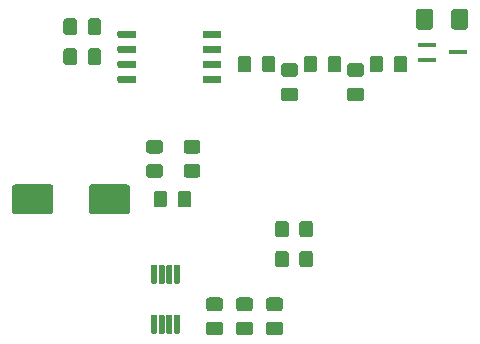
<source format=gbr>
G04 #@! TF.GenerationSoftware,KiCad,Pcbnew,(5.1.5)-3*
G04 #@! TF.CreationDate,2020-02-05T13:37:13+11:00*
G04 #@! TF.ProjectId,Heterodyne,48657465-726f-4647-996e-652e6b696361,rev?*
G04 #@! TF.SameCoordinates,Original*
G04 #@! TF.FileFunction,Paste,Top*
G04 #@! TF.FilePolarity,Positive*
%FSLAX46Y46*%
G04 Gerber Fmt 4.6, Leading zero omitted, Abs format (unit mm)*
G04 Created by KiCad (PCBNEW (5.1.5)-3) date 2020-02-05 13:37:13*
%MOMM*%
%LPD*%
G04 APERTURE LIST*
%ADD10C,0.100000*%
%ADD11R,1.500000X0.450000*%
G04 APERTURE END LIST*
D10*
G36*
X139414505Y-77406204D02*
G01*
X139438773Y-77409804D01*
X139462572Y-77415765D01*
X139485671Y-77424030D01*
X139507850Y-77434520D01*
X139528893Y-77447132D01*
X139548599Y-77461747D01*
X139566777Y-77478223D01*
X139583253Y-77496401D01*
X139597868Y-77516107D01*
X139610480Y-77537150D01*
X139620970Y-77559329D01*
X139629235Y-77582428D01*
X139635196Y-77606227D01*
X139638796Y-77630495D01*
X139640000Y-77654999D01*
X139640000Y-78555001D01*
X139638796Y-78579505D01*
X139635196Y-78603773D01*
X139629235Y-78627572D01*
X139620970Y-78650671D01*
X139610480Y-78672850D01*
X139597868Y-78693893D01*
X139583253Y-78713599D01*
X139566777Y-78731777D01*
X139548599Y-78748253D01*
X139528893Y-78762868D01*
X139507850Y-78775480D01*
X139485671Y-78785970D01*
X139462572Y-78794235D01*
X139438773Y-78800196D01*
X139414505Y-78803796D01*
X139390001Y-78805000D01*
X138739999Y-78805000D01*
X138715495Y-78803796D01*
X138691227Y-78800196D01*
X138667428Y-78794235D01*
X138644329Y-78785970D01*
X138622150Y-78775480D01*
X138601107Y-78762868D01*
X138581401Y-78748253D01*
X138563223Y-78731777D01*
X138546747Y-78713599D01*
X138532132Y-78693893D01*
X138519520Y-78672850D01*
X138509030Y-78650671D01*
X138500765Y-78627572D01*
X138494804Y-78603773D01*
X138491204Y-78579505D01*
X138490000Y-78555001D01*
X138490000Y-77654999D01*
X138491204Y-77630495D01*
X138494804Y-77606227D01*
X138500765Y-77582428D01*
X138509030Y-77559329D01*
X138519520Y-77537150D01*
X138532132Y-77516107D01*
X138546747Y-77496401D01*
X138563223Y-77478223D01*
X138581401Y-77461747D01*
X138601107Y-77447132D01*
X138622150Y-77434520D01*
X138644329Y-77424030D01*
X138667428Y-77415765D01*
X138691227Y-77409804D01*
X138715495Y-77406204D01*
X138739999Y-77405000D01*
X139390001Y-77405000D01*
X139414505Y-77406204D01*
G37*
G36*
X137364505Y-77406204D02*
G01*
X137388773Y-77409804D01*
X137412572Y-77415765D01*
X137435671Y-77424030D01*
X137457850Y-77434520D01*
X137478893Y-77447132D01*
X137498599Y-77461747D01*
X137516777Y-77478223D01*
X137533253Y-77496401D01*
X137547868Y-77516107D01*
X137560480Y-77537150D01*
X137570970Y-77559329D01*
X137579235Y-77582428D01*
X137585196Y-77606227D01*
X137588796Y-77630495D01*
X137590000Y-77654999D01*
X137590000Y-78555001D01*
X137588796Y-78579505D01*
X137585196Y-78603773D01*
X137579235Y-78627572D01*
X137570970Y-78650671D01*
X137560480Y-78672850D01*
X137547868Y-78693893D01*
X137533253Y-78713599D01*
X137516777Y-78731777D01*
X137498599Y-78748253D01*
X137478893Y-78762868D01*
X137457850Y-78775480D01*
X137435671Y-78785970D01*
X137412572Y-78794235D01*
X137388773Y-78800196D01*
X137364505Y-78803796D01*
X137340001Y-78805000D01*
X136689999Y-78805000D01*
X136665495Y-78803796D01*
X136641227Y-78800196D01*
X136617428Y-78794235D01*
X136594329Y-78785970D01*
X136572150Y-78775480D01*
X136551107Y-78762868D01*
X136531401Y-78748253D01*
X136513223Y-78731777D01*
X136496747Y-78713599D01*
X136482132Y-78693893D01*
X136469520Y-78672850D01*
X136459030Y-78650671D01*
X136450765Y-78627572D01*
X136444804Y-78603773D01*
X136441204Y-78579505D01*
X136440000Y-78555001D01*
X136440000Y-77654999D01*
X136441204Y-77630495D01*
X136444804Y-77606227D01*
X136450765Y-77582428D01*
X136459030Y-77559329D01*
X136469520Y-77537150D01*
X136482132Y-77516107D01*
X136496747Y-77496401D01*
X136513223Y-77478223D01*
X136531401Y-77461747D01*
X136551107Y-77447132D01*
X136572150Y-77434520D01*
X136594329Y-77424030D01*
X136617428Y-77415765D01*
X136641227Y-77409804D01*
X136665495Y-77406204D01*
X136689999Y-77405000D01*
X137340001Y-77405000D01*
X137364505Y-77406204D01*
G37*
G36*
X137364505Y-79946204D02*
G01*
X137388773Y-79949804D01*
X137412572Y-79955765D01*
X137435671Y-79964030D01*
X137457850Y-79974520D01*
X137478893Y-79987132D01*
X137498599Y-80001747D01*
X137516777Y-80018223D01*
X137533253Y-80036401D01*
X137547868Y-80056107D01*
X137560480Y-80077150D01*
X137570970Y-80099329D01*
X137579235Y-80122428D01*
X137585196Y-80146227D01*
X137588796Y-80170495D01*
X137590000Y-80194999D01*
X137590000Y-81095001D01*
X137588796Y-81119505D01*
X137585196Y-81143773D01*
X137579235Y-81167572D01*
X137570970Y-81190671D01*
X137560480Y-81212850D01*
X137547868Y-81233893D01*
X137533253Y-81253599D01*
X137516777Y-81271777D01*
X137498599Y-81288253D01*
X137478893Y-81302868D01*
X137457850Y-81315480D01*
X137435671Y-81325970D01*
X137412572Y-81334235D01*
X137388773Y-81340196D01*
X137364505Y-81343796D01*
X137340001Y-81345000D01*
X136689999Y-81345000D01*
X136665495Y-81343796D01*
X136641227Y-81340196D01*
X136617428Y-81334235D01*
X136594329Y-81325970D01*
X136572150Y-81315480D01*
X136551107Y-81302868D01*
X136531401Y-81288253D01*
X136513223Y-81271777D01*
X136496747Y-81253599D01*
X136482132Y-81233893D01*
X136469520Y-81212850D01*
X136459030Y-81190671D01*
X136450765Y-81167572D01*
X136444804Y-81143773D01*
X136441204Y-81119505D01*
X136440000Y-81095001D01*
X136440000Y-80194999D01*
X136441204Y-80170495D01*
X136444804Y-80146227D01*
X136450765Y-80122428D01*
X136459030Y-80099329D01*
X136469520Y-80077150D01*
X136482132Y-80056107D01*
X136496747Y-80036401D01*
X136513223Y-80018223D01*
X136531401Y-80001747D01*
X136551107Y-79987132D01*
X136572150Y-79974520D01*
X136594329Y-79964030D01*
X136617428Y-79955765D01*
X136641227Y-79949804D01*
X136665495Y-79946204D01*
X136689999Y-79945000D01*
X137340001Y-79945000D01*
X137364505Y-79946204D01*
G37*
G36*
X139414505Y-79946204D02*
G01*
X139438773Y-79949804D01*
X139462572Y-79955765D01*
X139485671Y-79964030D01*
X139507850Y-79974520D01*
X139528893Y-79987132D01*
X139548599Y-80001747D01*
X139566777Y-80018223D01*
X139583253Y-80036401D01*
X139597868Y-80056107D01*
X139610480Y-80077150D01*
X139620970Y-80099329D01*
X139629235Y-80122428D01*
X139635196Y-80146227D01*
X139638796Y-80170495D01*
X139640000Y-80194999D01*
X139640000Y-81095001D01*
X139638796Y-81119505D01*
X139635196Y-81143773D01*
X139629235Y-81167572D01*
X139620970Y-81190671D01*
X139610480Y-81212850D01*
X139597868Y-81233893D01*
X139583253Y-81253599D01*
X139566777Y-81271777D01*
X139548599Y-81288253D01*
X139528893Y-81302868D01*
X139507850Y-81315480D01*
X139485671Y-81325970D01*
X139462572Y-81334235D01*
X139438773Y-81340196D01*
X139414505Y-81343796D01*
X139390001Y-81345000D01*
X138739999Y-81345000D01*
X138715495Y-81343796D01*
X138691227Y-81340196D01*
X138667428Y-81334235D01*
X138644329Y-81325970D01*
X138622150Y-81315480D01*
X138601107Y-81302868D01*
X138581401Y-81288253D01*
X138563223Y-81271777D01*
X138546747Y-81253599D01*
X138532132Y-81233893D01*
X138519520Y-81212850D01*
X138509030Y-81190671D01*
X138500765Y-81167572D01*
X138494804Y-81143773D01*
X138491204Y-81119505D01*
X138490000Y-81095001D01*
X138490000Y-80194999D01*
X138491204Y-80170495D01*
X138494804Y-80146227D01*
X138500765Y-80122428D01*
X138509030Y-80099329D01*
X138519520Y-80077150D01*
X138532132Y-80056107D01*
X138546747Y-80036401D01*
X138563223Y-80018223D01*
X138581401Y-80001747D01*
X138601107Y-79987132D01*
X138622150Y-79974520D01*
X138644329Y-79964030D01*
X138667428Y-79955765D01*
X138691227Y-79949804D01*
X138715495Y-79946204D01*
X138739999Y-79945000D01*
X139390001Y-79945000D01*
X139414505Y-79946204D01*
G37*
G36*
X149699505Y-103076204D02*
G01*
X149723773Y-103079804D01*
X149747572Y-103085765D01*
X149770671Y-103094030D01*
X149792850Y-103104520D01*
X149813893Y-103117132D01*
X149833599Y-103131747D01*
X149851777Y-103148223D01*
X149868253Y-103166401D01*
X149882868Y-103186107D01*
X149895480Y-103207150D01*
X149905970Y-103229329D01*
X149914235Y-103252428D01*
X149920196Y-103276227D01*
X149923796Y-103300495D01*
X149925000Y-103324999D01*
X149925000Y-103975001D01*
X149923796Y-103999505D01*
X149920196Y-104023773D01*
X149914235Y-104047572D01*
X149905970Y-104070671D01*
X149895480Y-104092850D01*
X149882868Y-104113893D01*
X149868253Y-104133599D01*
X149851777Y-104151777D01*
X149833599Y-104168253D01*
X149813893Y-104182868D01*
X149792850Y-104195480D01*
X149770671Y-104205970D01*
X149747572Y-104214235D01*
X149723773Y-104220196D01*
X149699505Y-104223796D01*
X149675001Y-104225000D01*
X148774999Y-104225000D01*
X148750495Y-104223796D01*
X148726227Y-104220196D01*
X148702428Y-104214235D01*
X148679329Y-104205970D01*
X148657150Y-104195480D01*
X148636107Y-104182868D01*
X148616401Y-104168253D01*
X148598223Y-104151777D01*
X148581747Y-104133599D01*
X148567132Y-104113893D01*
X148554520Y-104092850D01*
X148544030Y-104070671D01*
X148535765Y-104047572D01*
X148529804Y-104023773D01*
X148526204Y-103999505D01*
X148525000Y-103975001D01*
X148525000Y-103324999D01*
X148526204Y-103300495D01*
X148529804Y-103276227D01*
X148535765Y-103252428D01*
X148544030Y-103229329D01*
X148554520Y-103207150D01*
X148567132Y-103186107D01*
X148581747Y-103166401D01*
X148598223Y-103148223D01*
X148616401Y-103131747D01*
X148636107Y-103117132D01*
X148657150Y-103104520D01*
X148679329Y-103094030D01*
X148702428Y-103085765D01*
X148726227Y-103079804D01*
X148750495Y-103076204D01*
X148774999Y-103075000D01*
X149675001Y-103075000D01*
X149699505Y-103076204D01*
G37*
G36*
X149699505Y-101026204D02*
G01*
X149723773Y-101029804D01*
X149747572Y-101035765D01*
X149770671Y-101044030D01*
X149792850Y-101054520D01*
X149813893Y-101067132D01*
X149833599Y-101081747D01*
X149851777Y-101098223D01*
X149868253Y-101116401D01*
X149882868Y-101136107D01*
X149895480Y-101157150D01*
X149905970Y-101179329D01*
X149914235Y-101202428D01*
X149920196Y-101226227D01*
X149923796Y-101250495D01*
X149925000Y-101274999D01*
X149925000Y-101925001D01*
X149923796Y-101949505D01*
X149920196Y-101973773D01*
X149914235Y-101997572D01*
X149905970Y-102020671D01*
X149895480Y-102042850D01*
X149882868Y-102063893D01*
X149868253Y-102083599D01*
X149851777Y-102101777D01*
X149833599Y-102118253D01*
X149813893Y-102132868D01*
X149792850Y-102145480D01*
X149770671Y-102155970D01*
X149747572Y-102164235D01*
X149723773Y-102170196D01*
X149699505Y-102173796D01*
X149675001Y-102175000D01*
X148774999Y-102175000D01*
X148750495Y-102173796D01*
X148726227Y-102170196D01*
X148702428Y-102164235D01*
X148679329Y-102155970D01*
X148657150Y-102145480D01*
X148636107Y-102132868D01*
X148616401Y-102118253D01*
X148598223Y-102101777D01*
X148581747Y-102083599D01*
X148567132Y-102063893D01*
X148554520Y-102042850D01*
X148544030Y-102020671D01*
X148535765Y-101997572D01*
X148529804Y-101973773D01*
X148526204Y-101949505D01*
X148525000Y-101925001D01*
X148525000Y-101274999D01*
X148526204Y-101250495D01*
X148529804Y-101226227D01*
X148535765Y-101202428D01*
X148544030Y-101179329D01*
X148554520Y-101157150D01*
X148567132Y-101136107D01*
X148581747Y-101116401D01*
X148598223Y-101098223D01*
X148616401Y-101081747D01*
X148636107Y-101067132D01*
X148657150Y-101054520D01*
X148679329Y-101044030D01*
X148702428Y-101035765D01*
X148726227Y-101029804D01*
X148750495Y-101026204D01*
X148774999Y-101025000D01*
X149675001Y-101025000D01*
X149699505Y-101026204D01*
G37*
G36*
X144993505Y-92011204D02*
G01*
X145017773Y-92014804D01*
X145041572Y-92020765D01*
X145064671Y-92029030D01*
X145086850Y-92039520D01*
X145107893Y-92052132D01*
X145127599Y-92066747D01*
X145145777Y-92083223D01*
X145162253Y-92101401D01*
X145176868Y-92121107D01*
X145189480Y-92142150D01*
X145199970Y-92164329D01*
X145208235Y-92187428D01*
X145214196Y-92211227D01*
X145217796Y-92235495D01*
X145219000Y-92259999D01*
X145219000Y-93160001D01*
X145217796Y-93184505D01*
X145214196Y-93208773D01*
X145208235Y-93232572D01*
X145199970Y-93255671D01*
X145189480Y-93277850D01*
X145176868Y-93298893D01*
X145162253Y-93318599D01*
X145145777Y-93336777D01*
X145127599Y-93353253D01*
X145107893Y-93367868D01*
X145086850Y-93380480D01*
X145064671Y-93390970D01*
X145041572Y-93399235D01*
X145017773Y-93405196D01*
X144993505Y-93408796D01*
X144969001Y-93410000D01*
X144318999Y-93410000D01*
X144294495Y-93408796D01*
X144270227Y-93405196D01*
X144246428Y-93399235D01*
X144223329Y-93390970D01*
X144201150Y-93380480D01*
X144180107Y-93367868D01*
X144160401Y-93353253D01*
X144142223Y-93336777D01*
X144125747Y-93318599D01*
X144111132Y-93298893D01*
X144098520Y-93277850D01*
X144088030Y-93255671D01*
X144079765Y-93232572D01*
X144073804Y-93208773D01*
X144070204Y-93184505D01*
X144069000Y-93160001D01*
X144069000Y-92259999D01*
X144070204Y-92235495D01*
X144073804Y-92211227D01*
X144079765Y-92187428D01*
X144088030Y-92164329D01*
X144098520Y-92142150D01*
X144111132Y-92121107D01*
X144125747Y-92101401D01*
X144142223Y-92083223D01*
X144160401Y-92066747D01*
X144180107Y-92052132D01*
X144201150Y-92039520D01*
X144223329Y-92029030D01*
X144246428Y-92020765D01*
X144270227Y-92014804D01*
X144294495Y-92011204D01*
X144318999Y-92010000D01*
X144969001Y-92010000D01*
X144993505Y-92011204D01*
G37*
G36*
X147043505Y-92011204D02*
G01*
X147067773Y-92014804D01*
X147091572Y-92020765D01*
X147114671Y-92029030D01*
X147136850Y-92039520D01*
X147157893Y-92052132D01*
X147177599Y-92066747D01*
X147195777Y-92083223D01*
X147212253Y-92101401D01*
X147226868Y-92121107D01*
X147239480Y-92142150D01*
X147249970Y-92164329D01*
X147258235Y-92187428D01*
X147264196Y-92211227D01*
X147267796Y-92235495D01*
X147269000Y-92259999D01*
X147269000Y-93160001D01*
X147267796Y-93184505D01*
X147264196Y-93208773D01*
X147258235Y-93232572D01*
X147249970Y-93255671D01*
X147239480Y-93277850D01*
X147226868Y-93298893D01*
X147212253Y-93318599D01*
X147195777Y-93336777D01*
X147177599Y-93353253D01*
X147157893Y-93367868D01*
X147136850Y-93380480D01*
X147114671Y-93390970D01*
X147091572Y-93399235D01*
X147067773Y-93405196D01*
X147043505Y-93408796D01*
X147019001Y-93410000D01*
X146368999Y-93410000D01*
X146344495Y-93408796D01*
X146320227Y-93405196D01*
X146296428Y-93399235D01*
X146273329Y-93390970D01*
X146251150Y-93380480D01*
X146230107Y-93367868D01*
X146210401Y-93353253D01*
X146192223Y-93336777D01*
X146175747Y-93318599D01*
X146161132Y-93298893D01*
X146148520Y-93277850D01*
X146138030Y-93255671D01*
X146129765Y-93232572D01*
X146123804Y-93208773D01*
X146120204Y-93184505D01*
X146119000Y-93160001D01*
X146119000Y-92259999D01*
X146120204Y-92235495D01*
X146123804Y-92211227D01*
X146129765Y-92187428D01*
X146138030Y-92164329D01*
X146148520Y-92142150D01*
X146161132Y-92121107D01*
X146175747Y-92101401D01*
X146192223Y-92083223D01*
X146210401Y-92066747D01*
X146230107Y-92052132D01*
X146251150Y-92039520D01*
X146273329Y-92029030D01*
X146296428Y-92020765D01*
X146320227Y-92014804D01*
X146344495Y-92011204D01*
X146368999Y-92010000D01*
X147019001Y-92010000D01*
X147043505Y-92011204D01*
G37*
G36*
X154779505Y-101026204D02*
G01*
X154803773Y-101029804D01*
X154827572Y-101035765D01*
X154850671Y-101044030D01*
X154872850Y-101054520D01*
X154893893Y-101067132D01*
X154913599Y-101081747D01*
X154931777Y-101098223D01*
X154948253Y-101116401D01*
X154962868Y-101136107D01*
X154975480Y-101157150D01*
X154985970Y-101179329D01*
X154994235Y-101202428D01*
X155000196Y-101226227D01*
X155003796Y-101250495D01*
X155005000Y-101274999D01*
X155005000Y-101925001D01*
X155003796Y-101949505D01*
X155000196Y-101973773D01*
X154994235Y-101997572D01*
X154985970Y-102020671D01*
X154975480Y-102042850D01*
X154962868Y-102063893D01*
X154948253Y-102083599D01*
X154931777Y-102101777D01*
X154913599Y-102118253D01*
X154893893Y-102132868D01*
X154872850Y-102145480D01*
X154850671Y-102155970D01*
X154827572Y-102164235D01*
X154803773Y-102170196D01*
X154779505Y-102173796D01*
X154755001Y-102175000D01*
X153854999Y-102175000D01*
X153830495Y-102173796D01*
X153806227Y-102170196D01*
X153782428Y-102164235D01*
X153759329Y-102155970D01*
X153737150Y-102145480D01*
X153716107Y-102132868D01*
X153696401Y-102118253D01*
X153678223Y-102101777D01*
X153661747Y-102083599D01*
X153647132Y-102063893D01*
X153634520Y-102042850D01*
X153624030Y-102020671D01*
X153615765Y-101997572D01*
X153609804Y-101973773D01*
X153606204Y-101949505D01*
X153605000Y-101925001D01*
X153605000Y-101274999D01*
X153606204Y-101250495D01*
X153609804Y-101226227D01*
X153615765Y-101202428D01*
X153624030Y-101179329D01*
X153634520Y-101157150D01*
X153647132Y-101136107D01*
X153661747Y-101116401D01*
X153678223Y-101098223D01*
X153696401Y-101081747D01*
X153716107Y-101067132D01*
X153737150Y-101054520D01*
X153759329Y-101044030D01*
X153782428Y-101035765D01*
X153806227Y-101029804D01*
X153830495Y-101026204D01*
X153854999Y-101025000D01*
X154755001Y-101025000D01*
X154779505Y-101026204D01*
G37*
G36*
X154779505Y-103076204D02*
G01*
X154803773Y-103079804D01*
X154827572Y-103085765D01*
X154850671Y-103094030D01*
X154872850Y-103104520D01*
X154893893Y-103117132D01*
X154913599Y-103131747D01*
X154931777Y-103148223D01*
X154948253Y-103166401D01*
X154962868Y-103186107D01*
X154975480Y-103207150D01*
X154985970Y-103229329D01*
X154994235Y-103252428D01*
X155000196Y-103276227D01*
X155003796Y-103300495D01*
X155005000Y-103324999D01*
X155005000Y-103975001D01*
X155003796Y-103999505D01*
X155000196Y-104023773D01*
X154994235Y-104047572D01*
X154985970Y-104070671D01*
X154975480Y-104092850D01*
X154962868Y-104113893D01*
X154948253Y-104133599D01*
X154931777Y-104151777D01*
X154913599Y-104168253D01*
X154893893Y-104182868D01*
X154872850Y-104195480D01*
X154850671Y-104205970D01*
X154827572Y-104214235D01*
X154803773Y-104220196D01*
X154779505Y-104223796D01*
X154755001Y-104225000D01*
X153854999Y-104225000D01*
X153830495Y-104223796D01*
X153806227Y-104220196D01*
X153782428Y-104214235D01*
X153759329Y-104205970D01*
X153737150Y-104195480D01*
X153716107Y-104182868D01*
X153696401Y-104168253D01*
X153678223Y-104151777D01*
X153661747Y-104133599D01*
X153647132Y-104113893D01*
X153634520Y-104092850D01*
X153624030Y-104070671D01*
X153615765Y-104047572D01*
X153609804Y-104023773D01*
X153606204Y-103999505D01*
X153605000Y-103975001D01*
X153605000Y-103324999D01*
X153606204Y-103300495D01*
X153609804Y-103276227D01*
X153615765Y-103252428D01*
X153624030Y-103229329D01*
X153634520Y-103207150D01*
X153647132Y-103186107D01*
X153661747Y-103166401D01*
X153678223Y-103148223D01*
X153696401Y-103131747D01*
X153716107Y-103117132D01*
X153737150Y-103104520D01*
X153759329Y-103094030D01*
X153782428Y-103085765D01*
X153806227Y-103079804D01*
X153830495Y-103076204D01*
X153854999Y-103075000D01*
X154755001Y-103075000D01*
X154779505Y-103076204D01*
G37*
G36*
X154164505Y-80581204D02*
G01*
X154188773Y-80584804D01*
X154212572Y-80590765D01*
X154235671Y-80599030D01*
X154257850Y-80609520D01*
X154278893Y-80622132D01*
X154298599Y-80636747D01*
X154316777Y-80653223D01*
X154333253Y-80671401D01*
X154347868Y-80691107D01*
X154360480Y-80712150D01*
X154370970Y-80734329D01*
X154379235Y-80757428D01*
X154385196Y-80781227D01*
X154388796Y-80805495D01*
X154390000Y-80829999D01*
X154390000Y-81730001D01*
X154388796Y-81754505D01*
X154385196Y-81778773D01*
X154379235Y-81802572D01*
X154370970Y-81825671D01*
X154360480Y-81847850D01*
X154347868Y-81868893D01*
X154333253Y-81888599D01*
X154316777Y-81906777D01*
X154298599Y-81923253D01*
X154278893Y-81937868D01*
X154257850Y-81950480D01*
X154235671Y-81960970D01*
X154212572Y-81969235D01*
X154188773Y-81975196D01*
X154164505Y-81978796D01*
X154140001Y-81980000D01*
X153489999Y-81980000D01*
X153465495Y-81978796D01*
X153441227Y-81975196D01*
X153417428Y-81969235D01*
X153394329Y-81960970D01*
X153372150Y-81950480D01*
X153351107Y-81937868D01*
X153331401Y-81923253D01*
X153313223Y-81906777D01*
X153296747Y-81888599D01*
X153282132Y-81868893D01*
X153269520Y-81847850D01*
X153259030Y-81825671D01*
X153250765Y-81802572D01*
X153244804Y-81778773D01*
X153241204Y-81754505D01*
X153240000Y-81730001D01*
X153240000Y-80829999D01*
X153241204Y-80805495D01*
X153244804Y-80781227D01*
X153250765Y-80757428D01*
X153259030Y-80734329D01*
X153269520Y-80712150D01*
X153282132Y-80691107D01*
X153296747Y-80671401D01*
X153313223Y-80653223D01*
X153331401Y-80636747D01*
X153351107Y-80622132D01*
X153372150Y-80609520D01*
X153394329Y-80599030D01*
X153417428Y-80590765D01*
X153441227Y-80584804D01*
X153465495Y-80581204D01*
X153489999Y-80580000D01*
X154140001Y-80580000D01*
X154164505Y-80581204D01*
G37*
G36*
X152114505Y-80581204D02*
G01*
X152138773Y-80584804D01*
X152162572Y-80590765D01*
X152185671Y-80599030D01*
X152207850Y-80609520D01*
X152228893Y-80622132D01*
X152248599Y-80636747D01*
X152266777Y-80653223D01*
X152283253Y-80671401D01*
X152297868Y-80691107D01*
X152310480Y-80712150D01*
X152320970Y-80734329D01*
X152329235Y-80757428D01*
X152335196Y-80781227D01*
X152338796Y-80805495D01*
X152340000Y-80829999D01*
X152340000Y-81730001D01*
X152338796Y-81754505D01*
X152335196Y-81778773D01*
X152329235Y-81802572D01*
X152320970Y-81825671D01*
X152310480Y-81847850D01*
X152297868Y-81868893D01*
X152283253Y-81888599D01*
X152266777Y-81906777D01*
X152248599Y-81923253D01*
X152228893Y-81937868D01*
X152207850Y-81950480D01*
X152185671Y-81960970D01*
X152162572Y-81969235D01*
X152138773Y-81975196D01*
X152114505Y-81978796D01*
X152090001Y-81980000D01*
X151439999Y-81980000D01*
X151415495Y-81978796D01*
X151391227Y-81975196D01*
X151367428Y-81969235D01*
X151344329Y-81960970D01*
X151322150Y-81950480D01*
X151301107Y-81937868D01*
X151281401Y-81923253D01*
X151263223Y-81906777D01*
X151246747Y-81888599D01*
X151232132Y-81868893D01*
X151219520Y-81847850D01*
X151209030Y-81825671D01*
X151200765Y-81802572D01*
X151194804Y-81778773D01*
X151191204Y-81754505D01*
X151190000Y-81730001D01*
X151190000Y-80829999D01*
X151191204Y-80805495D01*
X151194804Y-80781227D01*
X151200765Y-80757428D01*
X151209030Y-80734329D01*
X151219520Y-80712150D01*
X151232132Y-80691107D01*
X151246747Y-80671401D01*
X151263223Y-80653223D01*
X151281401Y-80636747D01*
X151301107Y-80622132D01*
X151322150Y-80609520D01*
X151344329Y-80599030D01*
X151367428Y-80590765D01*
X151391227Y-80584804D01*
X151415495Y-80581204D01*
X151439999Y-80580000D01*
X152090001Y-80580000D01*
X152114505Y-80581204D01*
G37*
G36*
X156049505Y-81205204D02*
G01*
X156073773Y-81208804D01*
X156097572Y-81214765D01*
X156120671Y-81223030D01*
X156142850Y-81233520D01*
X156163893Y-81246132D01*
X156183599Y-81260747D01*
X156201777Y-81277223D01*
X156218253Y-81295401D01*
X156232868Y-81315107D01*
X156245480Y-81336150D01*
X156255970Y-81358329D01*
X156264235Y-81381428D01*
X156270196Y-81405227D01*
X156273796Y-81429495D01*
X156275000Y-81453999D01*
X156275000Y-82104001D01*
X156273796Y-82128505D01*
X156270196Y-82152773D01*
X156264235Y-82176572D01*
X156255970Y-82199671D01*
X156245480Y-82221850D01*
X156232868Y-82242893D01*
X156218253Y-82262599D01*
X156201777Y-82280777D01*
X156183599Y-82297253D01*
X156163893Y-82311868D01*
X156142850Y-82324480D01*
X156120671Y-82334970D01*
X156097572Y-82343235D01*
X156073773Y-82349196D01*
X156049505Y-82352796D01*
X156025001Y-82354000D01*
X155124999Y-82354000D01*
X155100495Y-82352796D01*
X155076227Y-82349196D01*
X155052428Y-82343235D01*
X155029329Y-82334970D01*
X155007150Y-82324480D01*
X154986107Y-82311868D01*
X154966401Y-82297253D01*
X154948223Y-82280777D01*
X154931747Y-82262599D01*
X154917132Y-82242893D01*
X154904520Y-82221850D01*
X154894030Y-82199671D01*
X154885765Y-82176572D01*
X154879804Y-82152773D01*
X154876204Y-82128505D01*
X154875000Y-82104001D01*
X154875000Y-81453999D01*
X154876204Y-81429495D01*
X154879804Y-81405227D01*
X154885765Y-81381428D01*
X154894030Y-81358329D01*
X154904520Y-81336150D01*
X154917132Y-81315107D01*
X154931747Y-81295401D01*
X154948223Y-81277223D01*
X154966401Y-81260747D01*
X154986107Y-81246132D01*
X155007150Y-81233520D01*
X155029329Y-81223030D01*
X155052428Y-81214765D01*
X155076227Y-81208804D01*
X155100495Y-81205204D01*
X155124999Y-81204000D01*
X156025001Y-81204000D01*
X156049505Y-81205204D01*
G37*
G36*
X156049505Y-83255204D02*
G01*
X156073773Y-83258804D01*
X156097572Y-83264765D01*
X156120671Y-83273030D01*
X156142850Y-83283520D01*
X156163893Y-83296132D01*
X156183599Y-83310747D01*
X156201777Y-83327223D01*
X156218253Y-83345401D01*
X156232868Y-83365107D01*
X156245480Y-83386150D01*
X156255970Y-83408329D01*
X156264235Y-83431428D01*
X156270196Y-83455227D01*
X156273796Y-83479495D01*
X156275000Y-83503999D01*
X156275000Y-84154001D01*
X156273796Y-84178505D01*
X156270196Y-84202773D01*
X156264235Y-84226572D01*
X156255970Y-84249671D01*
X156245480Y-84271850D01*
X156232868Y-84292893D01*
X156218253Y-84312599D01*
X156201777Y-84330777D01*
X156183599Y-84347253D01*
X156163893Y-84361868D01*
X156142850Y-84374480D01*
X156120671Y-84384970D01*
X156097572Y-84393235D01*
X156073773Y-84399196D01*
X156049505Y-84402796D01*
X156025001Y-84404000D01*
X155124999Y-84404000D01*
X155100495Y-84402796D01*
X155076227Y-84399196D01*
X155052428Y-84393235D01*
X155029329Y-84384970D01*
X155007150Y-84374480D01*
X154986107Y-84361868D01*
X154966401Y-84347253D01*
X154948223Y-84330777D01*
X154931747Y-84312599D01*
X154917132Y-84292893D01*
X154904520Y-84271850D01*
X154894030Y-84249671D01*
X154885765Y-84226572D01*
X154879804Y-84202773D01*
X154876204Y-84178505D01*
X154875000Y-84154001D01*
X154875000Y-83503999D01*
X154876204Y-83479495D01*
X154879804Y-83455227D01*
X154885765Y-83431428D01*
X154894030Y-83408329D01*
X154904520Y-83386150D01*
X154917132Y-83365107D01*
X154931747Y-83345401D01*
X154948223Y-83327223D01*
X154966401Y-83310747D01*
X154986107Y-83296132D01*
X155007150Y-83283520D01*
X155029329Y-83273030D01*
X155052428Y-83264765D01*
X155076227Y-83258804D01*
X155100495Y-83255204D01*
X155124999Y-83254000D01*
X156025001Y-83254000D01*
X156049505Y-83255204D01*
G37*
G36*
X141859504Y-91461204D02*
G01*
X141883773Y-91464804D01*
X141907571Y-91470765D01*
X141930671Y-91479030D01*
X141952849Y-91489520D01*
X141973893Y-91502133D01*
X141993598Y-91516747D01*
X142011777Y-91533223D01*
X142028253Y-91551402D01*
X142042867Y-91571107D01*
X142055480Y-91592151D01*
X142065970Y-91614329D01*
X142074235Y-91637429D01*
X142080196Y-91661227D01*
X142083796Y-91685496D01*
X142085000Y-91710000D01*
X142085000Y-93710000D01*
X142083796Y-93734504D01*
X142080196Y-93758773D01*
X142074235Y-93782571D01*
X142065970Y-93805671D01*
X142055480Y-93827849D01*
X142042867Y-93848893D01*
X142028253Y-93868598D01*
X142011777Y-93886777D01*
X141993598Y-93903253D01*
X141973893Y-93917867D01*
X141952849Y-93930480D01*
X141930671Y-93940970D01*
X141907571Y-93949235D01*
X141883773Y-93955196D01*
X141859504Y-93958796D01*
X141835000Y-93960000D01*
X138835000Y-93960000D01*
X138810496Y-93958796D01*
X138786227Y-93955196D01*
X138762429Y-93949235D01*
X138739329Y-93940970D01*
X138717151Y-93930480D01*
X138696107Y-93917867D01*
X138676402Y-93903253D01*
X138658223Y-93886777D01*
X138641747Y-93868598D01*
X138627133Y-93848893D01*
X138614520Y-93827849D01*
X138604030Y-93805671D01*
X138595765Y-93782571D01*
X138589804Y-93758773D01*
X138586204Y-93734504D01*
X138585000Y-93710000D01*
X138585000Y-91710000D01*
X138586204Y-91685496D01*
X138589804Y-91661227D01*
X138595765Y-91637429D01*
X138604030Y-91614329D01*
X138614520Y-91592151D01*
X138627133Y-91571107D01*
X138641747Y-91551402D01*
X138658223Y-91533223D01*
X138676402Y-91516747D01*
X138696107Y-91502133D01*
X138717151Y-91489520D01*
X138739329Y-91479030D01*
X138762429Y-91470765D01*
X138786227Y-91464804D01*
X138810496Y-91461204D01*
X138835000Y-91460000D01*
X141835000Y-91460000D01*
X141859504Y-91461204D01*
G37*
G36*
X135359504Y-91461204D02*
G01*
X135383773Y-91464804D01*
X135407571Y-91470765D01*
X135430671Y-91479030D01*
X135452849Y-91489520D01*
X135473893Y-91502133D01*
X135493598Y-91516747D01*
X135511777Y-91533223D01*
X135528253Y-91551402D01*
X135542867Y-91571107D01*
X135555480Y-91592151D01*
X135565970Y-91614329D01*
X135574235Y-91637429D01*
X135580196Y-91661227D01*
X135583796Y-91685496D01*
X135585000Y-91710000D01*
X135585000Y-93710000D01*
X135583796Y-93734504D01*
X135580196Y-93758773D01*
X135574235Y-93782571D01*
X135565970Y-93805671D01*
X135555480Y-93827849D01*
X135542867Y-93848893D01*
X135528253Y-93868598D01*
X135511777Y-93886777D01*
X135493598Y-93903253D01*
X135473893Y-93917867D01*
X135452849Y-93930480D01*
X135430671Y-93940970D01*
X135407571Y-93949235D01*
X135383773Y-93955196D01*
X135359504Y-93958796D01*
X135335000Y-93960000D01*
X132335000Y-93960000D01*
X132310496Y-93958796D01*
X132286227Y-93955196D01*
X132262429Y-93949235D01*
X132239329Y-93940970D01*
X132217151Y-93930480D01*
X132196107Y-93917867D01*
X132176402Y-93903253D01*
X132158223Y-93886777D01*
X132141747Y-93868598D01*
X132127133Y-93848893D01*
X132114520Y-93827849D01*
X132104030Y-93805671D01*
X132095765Y-93782571D01*
X132089804Y-93758773D01*
X132086204Y-93734504D01*
X132085000Y-93710000D01*
X132085000Y-91710000D01*
X132086204Y-91685496D01*
X132089804Y-91661227D01*
X132095765Y-91637429D01*
X132104030Y-91614329D01*
X132114520Y-91592151D01*
X132127133Y-91571107D01*
X132141747Y-91551402D01*
X132158223Y-91533223D01*
X132176402Y-91516747D01*
X132196107Y-91502133D01*
X132217151Y-91489520D01*
X132239329Y-91479030D01*
X132262429Y-91470765D01*
X132286227Y-91464804D01*
X132310496Y-91461204D01*
X132335000Y-91460000D01*
X135335000Y-91460000D01*
X135359504Y-91461204D01*
G37*
G36*
X161637505Y-81205204D02*
G01*
X161661773Y-81208804D01*
X161685572Y-81214765D01*
X161708671Y-81223030D01*
X161730850Y-81233520D01*
X161751893Y-81246132D01*
X161771599Y-81260747D01*
X161789777Y-81277223D01*
X161806253Y-81295401D01*
X161820868Y-81315107D01*
X161833480Y-81336150D01*
X161843970Y-81358329D01*
X161852235Y-81381428D01*
X161858196Y-81405227D01*
X161861796Y-81429495D01*
X161863000Y-81453999D01*
X161863000Y-82104001D01*
X161861796Y-82128505D01*
X161858196Y-82152773D01*
X161852235Y-82176572D01*
X161843970Y-82199671D01*
X161833480Y-82221850D01*
X161820868Y-82242893D01*
X161806253Y-82262599D01*
X161789777Y-82280777D01*
X161771599Y-82297253D01*
X161751893Y-82311868D01*
X161730850Y-82324480D01*
X161708671Y-82334970D01*
X161685572Y-82343235D01*
X161661773Y-82349196D01*
X161637505Y-82352796D01*
X161613001Y-82354000D01*
X160712999Y-82354000D01*
X160688495Y-82352796D01*
X160664227Y-82349196D01*
X160640428Y-82343235D01*
X160617329Y-82334970D01*
X160595150Y-82324480D01*
X160574107Y-82311868D01*
X160554401Y-82297253D01*
X160536223Y-82280777D01*
X160519747Y-82262599D01*
X160505132Y-82242893D01*
X160492520Y-82221850D01*
X160482030Y-82199671D01*
X160473765Y-82176572D01*
X160467804Y-82152773D01*
X160464204Y-82128505D01*
X160463000Y-82104001D01*
X160463000Y-81453999D01*
X160464204Y-81429495D01*
X160467804Y-81405227D01*
X160473765Y-81381428D01*
X160482030Y-81358329D01*
X160492520Y-81336150D01*
X160505132Y-81315107D01*
X160519747Y-81295401D01*
X160536223Y-81277223D01*
X160554401Y-81260747D01*
X160574107Y-81246132D01*
X160595150Y-81233520D01*
X160617329Y-81223030D01*
X160640428Y-81214765D01*
X160664227Y-81208804D01*
X160688495Y-81205204D01*
X160712999Y-81204000D01*
X161613001Y-81204000D01*
X161637505Y-81205204D01*
G37*
G36*
X161637505Y-83255204D02*
G01*
X161661773Y-83258804D01*
X161685572Y-83264765D01*
X161708671Y-83273030D01*
X161730850Y-83283520D01*
X161751893Y-83296132D01*
X161771599Y-83310747D01*
X161789777Y-83327223D01*
X161806253Y-83345401D01*
X161820868Y-83365107D01*
X161833480Y-83386150D01*
X161843970Y-83408329D01*
X161852235Y-83431428D01*
X161858196Y-83455227D01*
X161861796Y-83479495D01*
X161863000Y-83503999D01*
X161863000Y-84154001D01*
X161861796Y-84178505D01*
X161858196Y-84202773D01*
X161852235Y-84226572D01*
X161843970Y-84249671D01*
X161833480Y-84271850D01*
X161820868Y-84292893D01*
X161806253Y-84312599D01*
X161789777Y-84330777D01*
X161771599Y-84347253D01*
X161751893Y-84361868D01*
X161730850Y-84374480D01*
X161708671Y-84384970D01*
X161685572Y-84393235D01*
X161661773Y-84399196D01*
X161637505Y-84402796D01*
X161613001Y-84404000D01*
X160712999Y-84404000D01*
X160688495Y-84402796D01*
X160664227Y-84399196D01*
X160640428Y-84393235D01*
X160617329Y-84384970D01*
X160595150Y-84374480D01*
X160574107Y-84361868D01*
X160554401Y-84347253D01*
X160536223Y-84330777D01*
X160519747Y-84312599D01*
X160505132Y-84292893D01*
X160492520Y-84271850D01*
X160482030Y-84249671D01*
X160473765Y-84226572D01*
X160467804Y-84202773D01*
X160464204Y-84178505D01*
X160463000Y-84154001D01*
X160463000Y-83503999D01*
X160464204Y-83479495D01*
X160467804Y-83455227D01*
X160473765Y-83431428D01*
X160482030Y-83408329D01*
X160492520Y-83386150D01*
X160505132Y-83365107D01*
X160519747Y-83345401D01*
X160536223Y-83327223D01*
X160554401Y-83310747D01*
X160574107Y-83296132D01*
X160595150Y-83283520D01*
X160617329Y-83273030D01*
X160640428Y-83264765D01*
X160664227Y-83258804D01*
X160688495Y-83255204D01*
X160712999Y-83254000D01*
X161613001Y-83254000D01*
X161637505Y-83255204D01*
G37*
G36*
X170467004Y-76596204D02*
G01*
X170491273Y-76599804D01*
X170515071Y-76605765D01*
X170538171Y-76614030D01*
X170560349Y-76624520D01*
X170581393Y-76637133D01*
X170601098Y-76651747D01*
X170619277Y-76668223D01*
X170635753Y-76686402D01*
X170650367Y-76706107D01*
X170662980Y-76727151D01*
X170673470Y-76749329D01*
X170681735Y-76772429D01*
X170687696Y-76796227D01*
X170691296Y-76820496D01*
X170692500Y-76845000D01*
X170692500Y-78095000D01*
X170691296Y-78119504D01*
X170687696Y-78143773D01*
X170681735Y-78167571D01*
X170673470Y-78190671D01*
X170662980Y-78212849D01*
X170650367Y-78233893D01*
X170635753Y-78253598D01*
X170619277Y-78271777D01*
X170601098Y-78288253D01*
X170581393Y-78302867D01*
X170560349Y-78315480D01*
X170538171Y-78325970D01*
X170515071Y-78334235D01*
X170491273Y-78340196D01*
X170467004Y-78343796D01*
X170442500Y-78345000D01*
X169517500Y-78345000D01*
X169492996Y-78343796D01*
X169468727Y-78340196D01*
X169444929Y-78334235D01*
X169421829Y-78325970D01*
X169399651Y-78315480D01*
X169378607Y-78302867D01*
X169358902Y-78288253D01*
X169340723Y-78271777D01*
X169324247Y-78253598D01*
X169309633Y-78233893D01*
X169297020Y-78212849D01*
X169286530Y-78190671D01*
X169278265Y-78167571D01*
X169272304Y-78143773D01*
X169268704Y-78119504D01*
X169267500Y-78095000D01*
X169267500Y-76845000D01*
X169268704Y-76820496D01*
X169272304Y-76796227D01*
X169278265Y-76772429D01*
X169286530Y-76749329D01*
X169297020Y-76727151D01*
X169309633Y-76706107D01*
X169324247Y-76686402D01*
X169340723Y-76668223D01*
X169358902Y-76651747D01*
X169378607Y-76637133D01*
X169399651Y-76624520D01*
X169421829Y-76614030D01*
X169444929Y-76605765D01*
X169468727Y-76599804D01*
X169492996Y-76596204D01*
X169517500Y-76595000D01*
X170442500Y-76595000D01*
X170467004Y-76596204D01*
G37*
G36*
X167492004Y-76596204D02*
G01*
X167516273Y-76599804D01*
X167540071Y-76605765D01*
X167563171Y-76614030D01*
X167585349Y-76624520D01*
X167606393Y-76637133D01*
X167626098Y-76651747D01*
X167644277Y-76668223D01*
X167660753Y-76686402D01*
X167675367Y-76706107D01*
X167687980Y-76727151D01*
X167698470Y-76749329D01*
X167706735Y-76772429D01*
X167712696Y-76796227D01*
X167716296Y-76820496D01*
X167717500Y-76845000D01*
X167717500Y-78095000D01*
X167716296Y-78119504D01*
X167712696Y-78143773D01*
X167706735Y-78167571D01*
X167698470Y-78190671D01*
X167687980Y-78212849D01*
X167675367Y-78233893D01*
X167660753Y-78253598D01*
X167644277Y-78271777D01*
X167626098Y-78288253D01*
X167606393Y-78302867D01*
X167585349Y-78315480D01*
X167563171Y-78325970D01*
X167540071Y-78334235D01*
X167516273Y-78340196D01*
X167492004Y-78343796D01*
X167467500Y-78345000D01*
X166542500Y-78345000D01*
X166517996Y-78343796D01*
X166493727Y-78340196D01*
X166469929Y-78334235D01*
X166446829Y-78325970D01*
X166424651Y-78315480D01*
X166403607Y-78302867D01*
X166383902Y-78288253D01*
X166365723Y-78271777D01*
X166349247Y-78253598D01*
X166334633Y-78233893D01*
X166322020Y-78212849D01*
X166311530Y-78190671D01*
X166303265Y-78167571D01*
X166297304Y-78143773D01*
X166293704Y-78119504D01*
X166292500Y-78095000D01*
X166292500Y-76845000D01*
X166293704Y-76820496D01*
X166297304Y-76796227D01*
X166303265Y-76772429D01*
X166311530Y-76749329D01*
X166322020Y-76727151D01*
X166334633Y-76706107D01*
X166349247Y-76686402D01*
X166365723Y-76668223D01*
X166383902Y-76651747D01*
X166403607Y-76637133D01*
X166424651Y-76624520D01*
X166446829Y-76614030D01*
X166469929Y-76605765D01*
X166493727Y-76599804D01*
X166517996Y-76596204D01*
X166542500Y-76595000D01*
X167467500Y-76595000D01*
X167492004Y-76596204D01*
G37*
G36*
X163281505Y-80581204D02*
G01*
X163305773Y-80584804D01*
X163329572Y-80590765D01*
X163352671Y-80599030D01*
X163374850Y-80609520D01*
X163395893Y-80622132D01*
X163415599Y-80636747D01*
X163433777Y-80653223D01*
X163450253Y-80671401D01*
X163464868Y-80691107D01*
X163477480Y-80712150D01*
X163487970Y-80734329D01*
X163496235Y-80757428D01*
X163502196Y-80781227D01*
X163505796Y-80805495D01*
X163507000Y-80829999D01*
X163507000Y-81730001D01*
X163505796Y-81754505D01*
X163502196Y-81778773D01*
X163496235Y-81802572D01*
X163487970Y-81825671D01*
X163477480Y-81847850D01*
X163464868Y-81868893D01*
X163450253Y-81888599D01*
X163433777Y-81906777D01*
X163415599Y-81923253D01*
X163395893Y-81937868D01*
X163374850Y-81950480D01*
X163352671Y-81960970D01*
X163329572Y-81969235D01*
X163305773Y-81975196D01*
X163281505Y-81978796D01*
X163257001Y-81980000D01*
X162606999Y-81980000D01*
X162582495Y-81978796D01*
X162558227Y-81975196D01*
X162534428Y-81969235D01*
X162511329Y-81960970D01*
X162489150Y-81950480D01*
X162468107Y-81937868D01*
X162448401Y-81923253D01*
X162430223Y-81906777D01*
X162413747Y-81888599D01*
X162399132Y-81868893D01*
X162386520Y-81847850D01*
X162376030Y-81825671D01*
X162367765Y-81802572D01*
X162361804Y-81778773D01*
X162358204Y-81754505D01*
X162357000Y-81730001D01*
X162357000Y-80829999D01*
X162358204Y-80805495D01*
X162361804Y-80781227D01*
X162367765Y-80757428D01*
X162376030Y-80734329D01*
X162386520Y-80712150D01*
X162399132Y-80691107D01*
X162413747Y-80671401D01*
X162430223Y-80653223D01*
X162448401Y-80636747D01*
X162468107Y-80622132D01*
X162489150Y-80609520D01*
X162511329Y-80599030D01*
X162534428Y-80590765D01*
X162558227Y-80584804D01*
X162582495Y-80581204D01*
X162606999Y-80580000D01*
X163257001Y-80580000D01*
X163281505Y-80581204D01*
G37*
G36*
X165331505Y-80581204D02*
G01*
X165355773Y-80584804D01*
X165379572Y-80590765D01*
X165402671Y-80599030D01*
X165424850Y-80609520D01*
X165445893Y-80622132D01*
X165465599Y-80636747D01*
X165483777Y-80653223D01*
X165500253Y-80671401D01*
X165514868Y-80691107D01*
X165527480Y-80712150D01*
X165537970Y-80734329D01*
X165546235Y-80757428D01*
X165552196Y-80781227D01*
X165555796Y-80805495D01*
X165557000Y-80829999D01*
X165557000Y-81730001D01*
X165555796Y-81754505D01*
X165552196Y-81778773D01*
X165546235Y-81802572D01*
X165537970Y-81825671D01*
X165527480Y-81847850D01*
X165514868Y-81868893D01*
X165500253Y-81888599D01*
X165483777Y-81906777D01*
X165465599Y-81923253D01*
X165445893Y-81937868D01*
X165424850Y-81950480D01*
X165402671Y-81960970D01*
X165379572Y-81969235D01*
X165355773Y-81975196D01*
X165331505Y-81978796D01*
X165307001Y-81980000D01*
X164656999Y-81980000D01*
X164632495Y-81978796D01*
X164608227Y-81975196D01*
X164584428Y-81969235D01*
X164561329Y-81960970D01*
X164539150Y-81950480D01*
X164518107Y-81937868D01*
X164498401Y-81923253D01*
X164480223Y-81906777D01*
X164463747Y-81888599D01*
X164449132Y-81868893D01*
X164436520Y-81847850D01*
X164426030Y-81825671D01*
X164417765Y-81802572D01*
X164411804Y-81778773D01*
X164408204Y-81754505D01*
X164407000Y-81730001D01*
X164407000Y-80829999D01*
X164408204Y-80805495D01*
X164411804Y-80781227D01*
X164417765Y-80757428D01*
X164426030Y-80734329D01*
X164436520Y-80712150D01*
X164449132Y-80691107D01*
X164463747Y-80671401D01*
X164480223Y-80653223D01*
X164498401Y-80636747D01*
X164518107Y-80622132D01*
X164539150Y-80609520D01*
X164561329Y-80599030D01*
X164584428Y-80590765D01*
X164608227Y-80584804D01*
X164632495Y-80581204D01*
X164656999Y-80580000D01*
X165307001Y-80580000D01*
X165331505Y-80581204D01*
G37*
G36*
X144619505Y-89741204D02*
G01*
X144643773Y-89744804D01*
X144667572Y-89750765D01*
X144690671Y-89759030D01*
X144712850Y-89769520D01*
X144733893Y-89782132D01*
X144753599Y-89796747D01*
X144771777Y-89813223D01*
X144788253Y-89831401D01*
X144802868Y-89851107D01*
X144815480Y-89872150D01*
X144825970Y-89894329D01*
X144834235Y-89917428D01*
X144840196Y-89941227D01*
X144843796Y-89965495D01*
X144845000Y-89989999D01*
X144845000Y-90640001D01*
X144843796Y-90664505D01*
X144840196Y-90688773D01*
X144834235Y-90712572D01*
X144825970Y-90735671D01*
X144815480Y-90757850D01*
X144802868Y-90778893D01*
X144788253Y-90798599D01*
X144771777Y-90816777D01*
X144753599Y-90833253D01*
X144733893Y-90847868D01*
X144712850Y-90860480D01*
X144690671Y-90870970D01*
X144667572Y-90879235D01*
X144643773Y-90885196D01*
X144619505Y-90888796D01*
X144595001Y-90890000D01*
X143694999Y-90890000D01*
X143670495Y-90888796D01*
X143646227Y-90885196D01*
X143622428Y-90879235D01*
X143599329Y-90870970D01*
X143577150Y-90860480D01*
X143556107Y-90847868D01*
X143536401Y-90833253D01*
X143518223Y-90816777D01*
X143501747Y-90798599D01*
X143487132Y-90778893D01*
X143474520Y-90757850D01*
X143464030Y-90735671D01*
X143455765Y-90712572D01*
X143449804Y-90688773D01*
X143446204Y-90664505D01*
X143445000Y-90640001D01*
X143445000Y-89989999D01*
X143446204Y-89965495D01*
X143449804Y-89941227D01*
X143455765Y-89917428D01*
X143464030Y-89894329D01*
X143474520Y-89872150D01*
X143487132Y-89851107D01*
X143501747Y-89831401D01*
X143518223Y-89813223D01*
X143536401Y-89796747D01*
X143556107Y-89782132D01*
X143577150Y-89769520D01*
X143599329Y-89759030D01*
X143622428Y-89750765D01*
X143646227Y-89744804D01*
X143670495Y-89741204D01*
X143694999Y-89740000D01*
X144595001Y-89740000D01*
X144619505Y-89741204D01*
G37*
G36*
X144619505Y-87691204D02*
G01*
X144643773Y-87694804D01*
X144667572Y-87700765D01*
X144690671Y-87709030D01*
X144712850Y-87719520D01*
X144733893Y-87732132D01*
X144753599Y-87746747D01*
X144771777Y-87763223D01*
X144788253Y-87781401D01*
X144802868Y-87801107D01*
X144815480Y-87822150D01*
X144825970Y-87844329D01*
X144834235Y-87867428D01*
X144840196Y-87891227D01*
X144843796Y-87915495D01*
X144845000Y-87939999D01*
X144845000Y-88590001D01*
X144843796Y-88614505D01*
X144840196Y-88638773D01*
X144834235Y-88662572D01*
X144825970Y-88685671D01*
X144815480Y-88707850D01*
X144802868Y-88728893D01*
X144788253Y-88748599D01*
X144771777Y-88766777D01*
X144753599Y-88783253D01*
X144733893Y-88797868D01*
X144712850Y-88810480D01*
X144690671Y-88820970D01*
X144667572Y-88829235D01*
X144643773Y-88835196D01*
X144619505Y-88838796D01*
X144595001Y-88840000D01*
X143694999Y-88840000D01*
X143670495Y-88838796D01*
X143646227Y-88835196D01*
X143622428Y-88829235D01*
X143599329Y-88820970D01*
X143577150Y-88810480D01*
X143556107Y-88797868D01*
X143536401Y-88783253D01*
X143518223Y-88766777D01*
X143501747Y-88748599D01*
X143487132Y-88728893D01*
X143474520Y-88707850D01*
X143464030Y-88685671D01*
X143455765Y-88662572D01*
X143449804Y-88638773D01*
X143446204Y-88614505D01*
X143445000Y-88590001D01*
X143445000Y-87939999D01*
X143446204Y-87915495D01*
X143449804Y-87891227D01*
X143455765Y-87867428D01*
X143464030Y-87844329D01*
X143474520Y-87822150D01*
X143487132Y-87801107D01*
X143501747Y-87781401D01*
X143518223Y-87763223D01*
X143536401Y-87746747D01*
X143556107Y-87732132D01*
X143577150Y-87719520D01*
X143599329Y-87709030D01*
X143622428Y-87700765D01*
X143646227Y-87694804D01*
X143670495Y-87691204D01*
X143694999Y-87690000D01*
X144595001Y-87690000D01*
X144619505Y-87691204D01*
G37*
G36*
X155289505Y-94551204D02*
G01*
X155313773Y-94554804D01*
X155337572Y-94560765D01*
X155360671Y-94569030D01*
X155382850Y-94579520D01*
X155403893Y-94592132D01*
X155423599Y-94606747D01*
X155441777Y-94623223D01*
X155458253Y-94641401D01*
X155472868Y-94661107D01*
X155485480Y-94682150D01*
X155495970Y-94704329D01*
X155504235Y-94727428D01*
X155510196Y-94751227D01*
X155513796Y-94775495D01*
X155515000Y-94799999D01*
X155515000Y-95700001D01*
X155513796Y-95724505D01*
X155510196Y-95748773D01*
X155504235Y-95772572D01*
X155495970Y-95795671D01*
X155485480Y-95817850D01*
X155472868Y-95838893D01*
X155458253Y-95858599D01*
X155441777Y-95876777D01*
X155423599Y-95893253D01*
X155403893Y-95907868D01*
X155382850Y-95920480D01*
X155360671Y-95930970D01*
X155337572Y-95939235D01*
X155313773Y-95945196D01*
X155289505Y-95948796D01*
X155265001Y-95950000D01*
X154614999Y-95950000D01*
X154590495Y-95948796D01*
X154566227Y-95945196D01*
X154542428Y-95939235D01*
X154519329Y-95930970D01*
X154497150Y-95920480D01*
X154476107Y-95907868D01*
X154456401Y-95893253D01*
X154438223Y-95876777D01*
X154421747Y-95858599D01*
X154407132Y-95838893D01*
X154394520Y-95817850D01*
X154384030Y-95795671D01*
X154375765Y-95772572D01*
X154369804Y-95748773D01*
X154366204Y-95724505D01*
X154365000Y-95700001D01*
X154365000Y-94799999D01*
X154366204Y-94775495D01*
X154369804Y-94751227D01*
X154375765Y-94727428D01*
X154384030Y-94704329D01*
X154394520Y-94682150D01*
X154407132Y-94661107D01*
X154421747Y-94641401D01*
X154438223Y-94623223D01*
X154456401Y-94606747D01*
X154476107Y-94592132D01*
X154497150Y-94579520D01*
X154519329Y-94569030D01*
X154542428Y-94560765D01*
X154566227Y-94554804D01*
X154590495Y-94551204D01*
X154614999Y-94550000D01*
X155265001Y-94550000D01*
X155289505Y-94551204D01*
G37*
G36*
X157339505Y-94551204D02*
G01*
X157363773Y-94554804D01*
X157387572Y-94560765D01*
X157410671Y-94569030D01*
X157432850Y-94579520D01*
X157453893Y-94592132D01*
X157473599Y-94606747D01*
X157491777Y-94623223D01*
X157508253Y-94641401D01*
X157522868Y-94661107D01*
X157535480Y-94682150D01*
X157545970Y-94704329D01*
X157554235Y-94727428D01*
X157560196Y-94751227D01*
X157563796Y-94775495D01*
X157565000Y-94799999D01*
X157565000Y-95700001D01*
X157563796Y-95724505D01*
X157560196Y-95748773D01*
X157554235Y-95772572D01*
X157545970Y-95795671D01*
X157535480Y-95817850D01*
X157522868Y-95838893D01*
X157508253Y-95858599D01*
X157491777Y-95876777D01*
X157473599Y-95893253D01*
X157453893Y-95907868D01*
X157432850Y-95920480D01*
X157410671Y-95930970D01*
X157387572Y-95939235D01*
X157363773Y-95945196D01*
X157339505Y-95948796D01*
X157315001Y-95950000D01*
X156664999Y-95950000D01*
X156640495Y-95948796D01*
X156616227Y-95945196D01*
X156592428Y-95939235D01*
X156569329Y-95930970D01*
X156547150Y-95920480D01*
X156526107Y-95907868D01*
X156506401Y-95893253D01*
X156488223Y-95876777D01*
X156471747Y-95858599D01*
X156457132Y-95838893D01*
X156444520Y-95817850D01*
X156434030Y-95795671D01*
X156425765Y-95772572D01*
X156419804Y-95748773D01*
X156416204Y-95724505D01*
X156415000Y-95700001D01*
X156415000Y-94799999D01*
X156416204Y-94775495D01*
X156419804Y-94751227D01*
X156425765Y-94727428D01*
X156434030Y-94704329D01*
X156444520Y-94682150D01*
X156457132Y-94661107D01*
X156471747Y-94641401D01*
X156488223Y-94623223D01*
X156506401Y-94606747D01*
X156526107Y-94592132D01*
X156547150Y-94579520D01*
X156569329Y-94569030D01*
X156592428Y-94560765D01*
X156616227Y-94554804D01*
X156640495Y-94551204D01*
X156664999Y-94550000D01*
X157315001Y-94550000D01*
X157339505Y-94551204D01*
G37*
G36*
X157339505Y-97091204D02*
G01*
X157363773Y-97094804D01*
X157387572Y-97100765D01*
X157410671Y-97109030D01*
X157432850Y-97119520D01*
X157453893Y-97132132D01*
X157473599Y-97146747D01*
X157491777Y-97163223D01*
X157508253Y-97181401D01*
X157522868Y-97201107D01*
X157535480Y-97222150D01*
X157545970Y-97244329D01*
X157554235Y-97267428D01*
X157560196Y-97291227D01*
X157563796Y-97315495D01*
X157565000Y-97339999D01*
X157565000Y-98240001D01*
X157563796Y-98264505D01*
X157560196Y-98288773D01*
X157554235Y-98312572D01*
X157545970Y-98335671D01*
X157535480Y-98357850D01*
X157522868Y-98378893D01*
X157508253Y-98398599D01*
X157491777Y-98416777D01*
X157473599Y-98433253D01*
X157453893Y-98447868D01*
X157432850Y-98460480D01*
X157410671Y-98470970D01*
X157387572Y-98479235D01*
X157363773Y-98485196D01*
X157339505Y-98488796D01*
X157315001Y-98490000D01*
X156664999Y-98490000D01*
X156640495Y-98488796D01*
X156616227Y-98485196D01*
X156592428Y-98479235D01*
X156569329Y-98470970D01*
X156547150Y-98460480D01*
X156526107Y-98447868D01*
X156506401Y-98433253D01*
X156488223Y-98416777D01*
X156471747Y-98398599D01*
X156457132Y-98378893D01*
X156444520Y-98357850D01*
X156434030Y-98335671D01*
X156425765Y-98312572D01*
X156419804Y-98288773D01*
X156416204Y-98264505D01*
X156415000Y-98240001D01*
X156415000Y-97339999D01*
X156416204Y-97315495D01*
X156419804Y-97291227D01*
X156425765Y-97267428D01*
X156434030Y-97244329D01*
X156444520Y-97222150D01*
X156457132Y-97201107D01*
X156471747Y-97181401D01*
X156488223Y-97163223D01*
X156506401Y-97146747D01*
X156526107Y-97132132D01*
X156547150Y-97119520D01*
X156569329Y-97109030D01*
X156592428Y-97100765D01*
X156616227Y-97094804D01*
X156640495Y-97091204D01*
X156664999Y-97090000D01*
X157315001Y-97090000D01*
X157339505Y-97091204D01*
G37*
G36*
X155289505Y-97091204D02*
G01*
X155313773Y-97094804D01*
X155337572Y-97100765D01*
X155360671Y-97109030D01*
X155382850Y-97119520D01*
X155403893Y-97132132D01*
X155423599Y-97146747D01*
X155441777Y-97163223D01*
X155458253Y-97181401D01*
X155472868Y-97201107D01*
X155485480Y-97222150D01*
X155495970Y-97244329D01*
X155504235Y-97267428D01*
X155510196Y-97291227D01*
X155513796Y-97315495D01*
X155515000Y-97339999D01*
X155515000Y-98240001D01*
X155513796Y-98264505D01*
X155510196Y-98288773D01*
X155504235Y-98312572D01*
X155495970Y-98335671D01*
X155485480Y-98357850D01*
X155472868Y-98378893D01*
X155458253Y-98398599D01*
X155441777Y-98416777D01*
X155423599Y-98433253D01*
X155403893Y-98447868D01*
X155382850Y-98460480D01*
X155360671Y-98470970D01*
X155337572Y-98479235D01*
X155313773Y-98485196D01*
X155289505Y-98488796D01*
X155265001Y-98490000D01*
X154614999Y-98490000D01*
X154590495Y-98488796D01*
X154566227Y-98485196D01*
X154542428Y-98479235D01*
X154519329Y-98470970D01*
X154497150Y-98460480D01*
X154476107Y-98447868D01*
X154456401Y-98433253D01*
X154438223Y-98416777D01*
X154421747Y-98398599D01*
X154407132Y-98378893D01*
X154394520Y-98357850D01*
X154384030Y-98335671D01*
X154375765Y-98312572D01*
X154369804Y-98288773D01*
X154366204Y-98264505D01*
X154365000Y-98240001D01*
X154365000Y-97339999D01*
X154366204Y-97315495D01*
X154369804Y-97291227D01*
X154375765Y-97267428D01*
X154384030Y-97244329D01*
X154394520Y-97222150D01*
X154407132Y-97201107D01*
X154421747Y-97181401D01*
X154438223Y-97163223D01*
X154456401Y-97146747D01*
X154476107Y-97132132D01*
X154497150Y-97119520D01*
X154519329Y-97109030D01*
X154542428Y-97100765D01*
X154566227Y-97094804D01*
X154590495Y-97091204D01*
X154614999Y-97090000D01*
X155265001Y-97090000D01*
X155289505Y-97091204D01*
G37*
G36*
X147794505Y-87691204D02*
G01*
X147818773Y-87694804D01*
X147842572Y-87700765D01*
X147865671Y-87709030D01*
X147887850Y-87719520D01*
X147908893Y-87732132D01*
X147928599Y-87746747D01*
X147946777Y-87763223D01*
X147963253Y-87781401D01*
X147977868Y-87801107D01*
X147990480Y-87822150D01*
X148000970Y-87844329D01*
X148009235Y-87867428D01*
X148015196Y-87891227D01*
X148018796Y-87915495D01*
X148020000Y-87939999D01*
X148020000Y-88590001D01*
X148018796Y-88614505D01*
X148015196Y-88638773D01*
X148009235Y-88662572D01*
X148000970Y-88685671D01*
X147990480Y-88707850D01*
X147977868Y-88728893D01*
X147963253Y-88748599D01*
X147946777Y-88766777D01*
X147928599Y-88783253D01*
X147908893Y-88797868D01*
X147887850Y-88810480D01*
X147865671Y-88820970D01*
X147842572Y-88829235D01*
X147818773Y-88835196D01*
X147794505Y-88838796D01*
X147770001Y-88840000D01*
X146869999Y-88840000D01*
X146845495Y-88838796D01*
X146821227Y-88835196D01*
X146797428Y-88829235D01*
X146774329Y-88820970D01*
X146752150Y-88810480D01*
X146731107Y-88797868D01*
X146711401Y-88783253D01*
X146693223Y-88766777D01*
X146676747Y-88748599D01*
X146662132Y-88728893D01*
X146649520Y-88707850D01*
X146639030Y-88685671D01*
X146630765Y-88662572D01*
X146624804Y-88638773D01*
X146621204Y-88614505D01*
X146620000Y-88590001D01*
X146620000Y-87939999D01*
X146621204Y-87915495D01*
X146624804Y-87891227D01*
X146630765Y-87867428D01*
X146639030Y-87844329D01*
X146649520Y-87822150D01*
X146662132Y-87801107D01*
X146676747Y-87781401D01*
X146693223Y-87763223D01*
X146711401Y-87746747D01*
X146731107Y-87732132D01*
X146752150Y-87719520D01*
X146774329Y-87709030D01*
X146797428Y-87700765D01*
X146821227Y-87694804D01*
X146845495Y-87691204D01*
X146869999Y-87690000D01*
X147770001Y-87690000D01*
X147794505Y-87691204D01*
G37*
G36*
X147794505Y-89741204D02*
G01*
X147818773Y-89744804D01*
X147842572Y-89750765D01*
X147865671Y-89759030D01*
X147887850Y-89769520D01*
X147908893Y-89782132D01*
X147928599Y-89796747D01*
X147946777Y-89813223D01*
X147963253Y-89831401D01*
X147977868Y-89851107D01*
X147990480Y-89872150D01*
X148000970Y-89894329D01*
X148009235Y-89917428D01*
X148015196Y-89941227D01*
X148018796Y-89965495D01*
X148020000Y-89989999D01*
X148020000Y-90640001D01*
X148018796Y-90664505D01*
X148015196Y-90688773D01*
X148009235Y-90712572D01*
X148000970Y-90735671D01*
X147990480Y-90757850D01*
X147977868Y-90778893D01*
X147963253Y-90798599D01*
X147946777Y-90816777D01*
X147928599Y-90833253D01*
X147908893Y-90847868D01*
X147887850Y-90860480D01*
X147865671Y-90870970D01*
X147842572Y-90879235D01*
X147818773Y-90885196D01*
X147794505Y-90888796D01*
X147770001Y-90890000D01*
X146869999Y-90890000D01*
X146845495Y-90888796D01*
X146821227Y-90885196D01*
X146797428Y-90879235D01*
X146774329Y-90870970D01*
X146752150Y-90860480D01*
X146731107Y-90847868D01*
X146711401Y-90833253D01*
X146693223Y-90816777D01*
X146676747Y-90798599D01*
X146662132Y-90778893D01*
X146649520Y-90757850D01*
X146639030Y-90735671D01*
X146630765Y-90712572D01*
X146624804Y-90688773D01*
X146621204Y-90664505D01*
X146620000Y-90640001D01*
X146620000Y-89989999D01*
X146621204Y-89965495D01*
X146624804Y-89941227D01*
X146630765Y-89917428D01*
X146639030Y-89894329D01*
X146649520Y-89872150D01*
X146662132Y-89851107D01*
X146676747Y-89831401D01*
X146693223Y-89813223D01*
X146711401Y-89796747D01*
X146731107Y-89782132D01*
X146752150Y-89769520D01*
X146774329Y-89759030D01*
X146797428Y-89750765D01*
X146821227Y-89744804D01*
X146845495Y-89741204D01*
X146869999Y-89740000D01*
X147770001Y-89740000D01*
X147794505Y-89741204D01*
G37*
G36*
X157693505Y-80581204D02*
G01*
X157717773Y-80584804D01*
X157741572Y-80590765D01*
X157764671Y-80599030D01*
X157786850Y-80609520D01*
X157807893Y-80622132D01*
X157827599Y-80636747D01*
X157845777Y-80653223D01*
X157862253Y-80671401D01*
X157876868Y-80691107D01*
X157889480Y-80712150D01*
X157899970Y-80734329D01*
X157908235Y-80757428D01*
X157914196Y-80781227D01*
X157917796Y-80805495D01*
X157919000Y-80829999D01*
X157919000Y-81730001D01*
X157917796Y-81754505D01*
X157914196Y-81778773D01*
X157908235Y-81802572D01*
X157899970Y-81825671D01*
X157889480Y-81847850D01*
X157876868Y-81868893D01*
X157862253Y-81888599D01*
X157845777Y-81906777D01*
X157827599Y-81923253D01*
X157807893Y-81937868D01*
X157786850Y-81950480D01*
X157764671Y-81960970D01*
X157741572Y-81969235D01*
X157717773Y-81975196D01*
X157693505Y-81978796D01*
X157669001Y-81980000D01*
X157018999Y-81980000D01*
X156994495Y-81978796D01*
X156970227Y-81975196D01*
X156946428Y-81969235D01*
X156923329Y-81960970D01*
X156901150Y-81950480D01*
X156880107Y-81937868D01*
X156860401Y-81923253D01*
X156842223Y-81906777D01*
X156825747Y-81888599D01*
X156811132Y-81868893D01*
X156798520Y-81847850D01*
X156788030Y-81825671D01*
X156779765Y-81802572D01*
X156773804Y-81778773D01*
X156770204Y-81754505D01*
X156769000Y-81730001D01*
X156769000Y-80829999D01*
X156770204Y-80805495D01*
X156773804Y-80781227D01*
X156779765Y-80757428D01*
X156788030Y-80734329D01*
X156798520Y-80712150D01*
X156811132Y-80691107D01*
X156825747Y-80671401D01*
X156842223Y-80653223D01*
X156860401Y-80636747D01*
X156880107Y-80622132D01*
X156901150Y-80609520D01*
X156923329Y-80599030D01*
X156946428Y-80590765D01*
X156970227Y-80584804D01*
X156994495Y-80581204D01*
X157018999Y-80580000D01*
X157669001Y-80580000D01*
X157693505Y-80581204D01*
G37*
G36*
X159743505Y-80581204D02*
G01*
X159767773Y-80584804D01*
X159791572Y-80590765D01*
X159814671Y-80599030D01*
X159836850Y-80609520D01*
X159857893Y-80622132D01*
X159877599Y-80636747D01*
X159895777Y-80653223D01*
X159912253Y-80671401D01*
X159926868Y-80691107D01*
X159939480Y-80712150D01*
X159949970Y-80734329D01*
X159958235Y-80757428D01*
X159964196Y-80781227D01*
X159967796Y-80805495D01*
X159969000Y-80829999D01*
X159969000Y-81730001D01*
X159967796Y-81754505D01*
X159964196Y-81778773D01*
X159958235Y-81802572D01*
X159949970Y-81825671D01*
X159939480Y-81847850D01*
X159926868Y-81868893D01*
X159912253Y-81888599D01*
X159895777Y-81906777D01*
X159877599Y-81923253D01*
X159857893Y-81937868D01*
X159836850Y-81950480D01*
X159814671Y-81960970D01*
X159791572Y-81969235D01*
X159767773Y-81975196D01*
X159743505Y-81978796D01*
X159719001Y-81980000D01*
X159068999Y-81980000D01*
X159044495Y-81978796D01*
X159020227Y-81975196D01*
X158996428Y-81969235D01*
X158973329Y-81960970D01*
X158951150Y-81950480D01*
X158930107Y-81937868D01*
X158910401Y-81923253D01*
X158892223Y-81906777D01*
X158875747Y-81888599D01*
X158861132Y-81868893D01*
X158848520Y-81847850D01*
X158838030Y-81825671D01*
X158829765Y-81802572D01*
X158823804Y-81778773D01*
X158820204Y-81754505D01*
X158819000Y-81730001D01*
X158819000Y-80829999D01*
X158820204Y-80805495D01*
X158823804Y-80781227D01*
X158829765Y-80757428D01*
X158838030Y-80734329D01*
X158848520Y-80712150D01*
X158861132Y-80691107D01*
X158875747Y-80671401D01*
X158892223Y-80653223D01*
X158910401Y-80636747D01*
X158930107Y-80622132D01*
X158951150Y-80609520D01*
X158973329Y-80599030D01*
X158996428Y-80590765D01*
X159020227Y-80584804D01*
X159044495Y-80581204D01*
X159068999Y-80580000D01*
X159719001Y-80580000D01*
X159743505Y-80581204D01*
G37*
G36*
X152239505Y-103076204D02*
G01*
X152263773Y-103079804D01*
X152287572Y-103085765D01*
X152310671Y-103094030D01*
X152332850Y-103104520D01*
X152353893Y-103117132D01*
X152373599Y-103131747D01*
X152391777Y-103148223D01*
X152408253Y-103166401D01*
X152422868Y-103186107D01*
X152435480Y-103207150D01*
X152445970Y-103229329D01*
X152454235Y-103252428D01*
X152460196Y-103276227D01*
X152463796Y-103300495D01*
X152465000Y-103324999D01*
X152465000Y-103975001D01*
X152463796Y-103999505D01*
X152460196Y-104023773D01*
X152454235Y-104047572D01*
X152445970Y-104070671D01*
X152435480Y-104092850D01*
X152422868Y-104113893D01*
X152408253Y-104133599D01*
X152391777Y-104151777D01*
X152373599Y-104168253D01*
X152353893Y-104182868D01*
X152332850Y-104195480D01*
X152310671Y-104205970D01*
X152287572Y-104214235D01*
X152263773Y-104220196D01*
X152239505Y-104223796D01*
X152215001Y-104225000D01*
X151314999Y-104225000D01*
X151290495Y-104223796D01*
X151266227Y-104220196D01*
X151242428Y-104214235D01*
X151219329Y-104205970D01*
X151197150Y-104195480D01*
X151176107Y-104182868D01*
X151156401Y-104168253D01*
X151138223Y-104151777D01*
X151121747Y-104133599D01*
X151107132Y-104113893D01*
X151094520Y-104092850D01*
X151084030Y-104070671D01*
X151075765Y-104047572D01*
X151069804Y-104023773D01*
X151066204Y-103999505D01*
X151065000Y-103975001D01*
X151065000Y-103324999D01*
X151066204Y-103300495D01*
X151069804Y-103276227D01*
X151075765Y-103252428D01*
X151084030Y-103229329D01*
X151094520Y-103207150D01*
X151107132Y-103186107D01*
X151121747Y-103166401D01*
X151138223Y-103148223D01*
X151156401Y-103131747D01*
X151176107Y-103117132D01*
X151197150Y-103104520D01*
X151219329Y-103094030D01*
X151242428Y-103085765D01*
X151266227Y-103079804D01*
X151290495Y-103076204D01*
X151314999Y-103075000D01*
X152215001Y-103075000D01*
X152239505Y-103076204D01*
G37*
G36*
X152239505Y-101026204D02*
G01*
X152263773Y-101029804D01*
X152287572Y-101035765D01*
X152310671Y-101044030D01*
X152332850Y-101054520D01*
X152353893Y-101067132D01*
X152373599Y-101081747D01*
X152391777Y-101098223D01*
X152408253Y-101116401D01*
X152422868Y-101136107D01*
X152435480Y-101157150D01*
X152445970Y-101179329D01*
X152454235Y-101202428D01*
X152460196Y-101226227D01*
X152463796Y-101250495D01*
X152465000Y-101274999D01*
X152465000Y-101925001D01*
X152463796Y-101949505D01*
X152460196Y-101973773D01*
X152454235Y-101997572D01*
X152445970Y-102020671D01*
X152435480Y-102042850D01*
X152422868Y-102063893D01*
X152408253Y-102083599D01*
X152391777Y-102101777D01*
X152373599Y-102118253D01*
X152353893Y-102132868D01*
X152332850Y-102145480D01*
X152310671Y-102155970D01*
X152287572Y-102164235D01*
X152263773Y-102170196D01*
X152239505Y-102173796D01*
X152215001Y-102175000D01*
X151314999Y-102175000D01*
X151290495Y-102173796D01*
X151266227Y-102170196D01*
X151242428Y-102164235D01*
X151219329Y-102155970D01*
X151197150Y-102145480D01*
X151176107Y-102132868D01*
X151156401Y-102118253D01*
X151138223Y-102101777D01*
X151121747Y-102083599D01*
X151107132Y-102063893D01*
X151094520Y-102042850D01*
X151084030Y-102020671D01*
X151075765Y-101997572D01*
X151069804Y-101973773D01*
X151066204Y-101949505D01*
X151065000Y-101925001D01*
X151065000Y-101274999D01*
X151066204Y-101250495D01*
X151069804Y-101226227D01*
X151075765Y-101202428D01*
X151084030Y-101179329D01*
X151094520Y-101157150D01*
X151107132Y-101136107D01*
X151121747Y-101116401D01*
X151138223Y-101098223D01*
X151156401Y-101081747D01*
X151176107Y-101067132D01*
X151197150Y-101054520D01*
X151219329Y-101044030D01*
X151242428Y-101035765D01*
X151266227Y-101029804D01*
X151290495Y-101026204D01*
X151314999Y-101025000D01*
X152215001Y-101025000D01*
X152239505Y-101026204D01*
G37*
G36*
X142479703Y-78440722D02*
G01*
X142494264Y-78442882D01*
X142508543Y-78446459D01*
X142522403Y-78451418D01*
X142535710Y-78457712D01*
X142548336Y-78465280D01*
X142560159Y-78474048D01*
X142571066Y-78483934D01*
X142580952Y-78494841D01*
X142589720Y-78506664D01*
X142597288Y-78519290D01*
X142603582Y-78532597D01*
X142608541Y-78546457D01*
X142612118Y-78560736D01*
X142614278Y-78575297D01*
X142615000Y-78590000D01*
X142615000Y-78890000D01*
X142614278Y-78904703D01*
X142612118Y-78919264D01*
X142608541Y-78933543D01*
X142603582Y-78947403D01*
X142597288Y-78960710D01*
X142589720Y-78973336D01*
X142580952Y-78985159D01*
X142571066Y-78996066D01*
X142560159Y-79005952D01*
X142548336Y-79014720D01*
X142535710Y-79022288D01*
X142522403Y-79028582D01*
X142508543Y-79033541D01*
X142494264Y-79037118D01*
X142479703Y-79039278D01*
X142465000Y-79040000D01*
X141165000Y-79040000D01*
X141150297Y-79039278D01*
X141135736Y-79037118D01*
X141121457Y-79033541D01*
X141107597Y-79028582D01*
X141094290Y-79022288D01*
X141081664Y-79014720D01*
X141069841Y-79005952D01*
X141058934Y-78996066D01*
X141049048Y-78985159D01*
X141040280Y-78973336D01*
X141032712Y-78960710D01*
X141026418Y-78947403D01*
X141021459Y-78933543D01*
X141017882Y-78919264D01*
X141015722Y-78904703D01*
X141015000Y-78890000D01*
X141015000Y-78590000D01*
X141015722Y-78575297D01*
X141017882Y-78560736D01*
X141021459Y-78546457D01*
X141026418Y-78532597D01*
X141032712Y-78519290D01*
X141040280Y-78506664D01*
X141049048Y-78494841D01*
X141058934Y-78483934D01*
X141069841Y-78474048D01*
X141081664Y-78465280D01*
X141094290Y-78457712D01*
X141107597Y-78451418D01*
X141121457Y-78446459D01*
X141135736Y-78442882D01*
X141150297Y-78440722D01*
X141165000Y-78440000D01*
X142465000Y-78440000D01*
X142479703Y-78440722D01*
G37*
G36*
X142479703Y-79710722D02*
G01*
X142494264Y-79712882D01*
X142508543Y-79716459D01*
X142522403Y-79721418D01*
X142535710Y-79727712D01*
X142548336Y-79735280D01*
X142560159Y-79744048D01*
X142571066Y-79753934D01*
X142580952Y-79764841D01*
X142589720Y-79776664D01*
X142597288Y-79789290D01*
X142603582Y-79802597D01*
X142608541Y-79816457D01*
X142612118Y-79830736D01*
X142614278Y-79845297D01*
X142615000Y-79860000D01*
X142615000Y-80160000D01*
X142614278Y-80174703D01*
X142612118Y-80189264D01*
X142608541Y-80203543D01*
X142603582Y-80217403D01*
X142597288Y-80230710D01*
X142589720Y-80243336D01*
X142580952Y-80255159D01*
X142571066Y-80266066D01*
X142560159Y-80275952D01*
X142548336Y-80284720D01*
X142535710Y-80292288D01*
X142522403Y-80298582D01*
X142508543Y-80303541D01*
X142494264Y-80307118D01*
X142479703Y-80309278D01*
X142465000Y-80310000D01*
X141165000Y-80310000D01*
X141150297Y-80309278D01*
X141135736Y-80307118D01*
X141121457Y-80303541D01*
X141107597Y-80298582D01*
X141094290Y-80292288D01*
X141081664Y-80284720D01*
X141069841Y-80275952D01*
X141058934Y-80266066D01*
X141049048Y-80255159D01*
X141040280Y-80243336D01*
X141032712Y-80230710D01*
X141026418Y-80217403D01*
X141021459Y-80203543D01*
X141017882Y-80189264D01*
X141015722Y-80174703D01*
X141015000Y-80160000D01*
X141015000Y-79860000D01*
X141015722Y-79845297D01*
X141017882Y-79830736D01*
X141021459Y-79816457D01*
X141026418Y-79802597D01*
X141032712Y-79789290D01*
X141040280Y-79776664D01*
X141049048Y-79764841D01*
X141058934Y-79753934D01*
X141069841Y-79744048D01*
X141081664Y-79735280D01*
X141094290Y-79727712D01*
X141107597Y-79721418D01*
X141121457Y-79716459D01*
X141135736Y-79712882D01*
X141150297Y-79710722D01*
X141165000Y-79710000D01*
X142465000Y-79710000D01*
X142479703Y-79710722D01*
G37*
G36*
X142479703Y-80980722D02*
G01*
X142494264Y-80982882D01*
X142508543Y-80986459D01*
X142522403Y-80991418D01*
X142535710Y-80997712D01*
X142548336Y-81005280D01*
X142560159Y-81014048D01*
X142571066Y-81023934D01*
X142580952Y-81034841D01*
X142589720Y-81046664D01*
X142597288Y-81059290D01*
X142603582Y-81072597D01*
X142608541Y-81086457D01*
X142612118Y-81100736D01*
X142614278Y-81115297D01*
X142615000Y-81130000D01*
X142615000Y-81430000D01*
X142614278Y-81444703D01*
X142612118Y-81459264D01*
X142608541Y-81473543D01*
X142603582Y-81487403D01*
X142597288Y-81500710D01*
X142589720Y-81513336D01*
X142580952Y-81525159D01*
X142571066Y-81536066D01*
X142560159Y-81545952D01*
X142548336Y-81554720D01*
X142535710Y-81562288D01*
X142522403Y-81568582D01*
X142508543Y-81573541D01*
X142494264Y-81577118D01*
X142479703Y-81579278D01*
X142465000Y-81580000D01*
X141165000Y-81580000D01*
X141150297Y-81579278D01*
X141135736Y-81577118D01*
X141121457Y-81573541D01*
X141107597Y-81568582D01*
X141094290Y-81562288D01*
X141081664Y-81554720D01*
X141069841Y-81545952D01*
X141058934Y-81536066D01*
X141049048Y-81525159D01*
X141040280Y-81513336D01*
X141032712Y-81500710D01*
X141026418Y-81487403D01*
X141021459Y-81473543D01*
X141017882Y-81459264D01*
X141015722Y-81444703D01*
X141015000Y-81430000D01*
X141015000Y-81130000D01*
X141015722Y-81115297D01*
X141017882Y-81100736D01*
X141021459Y-81086457D01*
X141026418Y-81072597D01*
X141032712Y-81059290D01*
X141040280Y-81046664D01*
X141049048Y-81034841D01*
X141058934Y-81023934D01*
X141069841Y-81014048D01*
X141081664Y-81005280D01*
X141094290Y-80997712D01*
X141107597Y-80991418D01*
X141121457Y-80986459D01*
X141135736Y-80982882D01*
X141150297Y-80980722D01*
X141165000Y-80980000D01*
X142465000Y-80980000D01*
X142479703Y-80980722D01*
G37*
G36*
X142479703Y-82250722D02*
G01*
X142494264Y-82252882D01*
X142508543Y-82256459D01*
X142522403Y-82261418D01*
X142535710Y-82267712D01*
X142548336Y-82275280D01*
X142560159Y-82284048D01*
X142571066Y-82293934D01*
X142580952Y-82304841D01*
X142589720Y-82316664D01*
X142597288Y-82329290D01*
X142603582Y-82342597D01*
X142608541Y-82356457D01*
X142612118Y-82370736D01*
X142614278Y-82385297D01*
X142615000Y-82400000D01*
X142615000Y-82700000D01*
X142614278Y-82714703D01*
X142612118Y-82729264D01*
X142608541Y-82743543D01*
X142603582Y-82757403D01*
X142597288Y-82770710D01*
X142589720Y-82783336D01*
X142580952Y-82795159D01*
X142571066Y-82806066D01*
X142560159Y-82815952D01*
X142548336Y-82824720D01*
X142535710Y-82832288D01*
X142522403Y-82838582D01*
X142508543Y-82843541D01*
X142494264Y-82847118D01*
X142479703Y-82849278D01*
X142465000Y-82850000D01*
X141165000Y-82850000D01*
X141150297Y-82849278D01*
X141135736Y-82847118D01*
X141121457Y-82843541D01*
X141107597Y-82838582D01*
X141094290Y-82832288D01*
X141081664Y-82824720D01*
X141069841Y-82815952D01*
X141058934Y-82806066D01*
X141049048Y-82795159D01*
X141040280Y-82783336D01*
X141032712Y-82770710D01*
X141026418Y-82757403D01*
X141021459Y-82743543D01*
X141017882Y-82729264D01*
X141015722Y-82714703D01*
X141015000Y-82700000D01*
X141015000Y-82400000D01*
X141015722Y-82385297D01*
X141017882Y-82370736D01*
X141021459Y-82356457D01*
X141026418Y-82342597D01*
X141032712Y-82329290D01*
X141040280Y-82316664D01*
X141049048Y-82304841D01*
X141058934Y-82293934D01*
X141069841Y-82284048D01*
X141081664Y-82275280D01*
X141094290Y-82267712D01*
X141107597Y-82261418D01*
X141121457Y-82256459D01*
X141135736Y-82252882D01*
X141150297Y-82250722D01*
X141165000Y-82250000D01*
X142465000Y-82250000D01*
X142479703Y-82250722D01*
G37*
G36*
X149679703Y-82250722D02*
G01*
X149694264Y-82252882D01*
X149708543Y-82256459D01*
X149722403Y-82261418D01*
X149735710Y-82267712D01*
X149748336Y-82275280D01*
X149760159Y-82284048D01*
X149771066Y-82293934D01*
X149780952Y-82304841D01*
X149789720Y-82316664D01*
X149797288Y-82329290D01*
X149803582Y-82342597D01*
X149808541Y-82356457D01*
X149812118Y-82370736D01*
X149814278Y-82385297D01*
X149815000Y-82400000D01*
X149815000Y-82700000D01*
X149814278Y-82714703D01*
X149812118Y-82729264D01*
X149808541Y-82743543D01*
X149803582Y-82757403D01*
X149797288Y-82770710D01*
X149789720Y-82783336D01*
X149780952Y-82795159D01*
X149771066Y-82806066D01*
X149760159Y-82815952D01*
X149748336Y-82824720D01*
X149735710Y-82832288D01*
X149722403Y-82838582D01*
X149708543Y-82843541D01*
X149694264Y-82847118D01*
X149679703Y-82849278D01*
X149665000Y-82850000D01*
X148365000Y-82850000D01*
X148350297Y-82849278D01*
X148335736Y-82847118D01*
X148321457Y-82843541D01*
X148307597Y-82838582D01*
X148294290Y-82832288D01*
X148281664Y-82824720D01*
X148269841Y-82815952D01*
X148258934Y-82806066D01*
X148249048Y-82795159D01*
X148240280Y-82783336D01*
X148232712Y-82770710D01*
X148226418Y-82757403D01*
X148221459Y-82743543D01*
X148217882Y-82729264D01*
X148215722Y-82714703D01*
X148215000Y-82700000D01*
X148215000Y-82400000D01*
X148215722Y-82385297D01*
X148217882Y-82370736D01*
X148221459Y-82356457D01*
X148226418Y-82342597D01*
X148232712Y-82329290D01*
X148240280Y-82316664D01*
X148249048Y-82304841D01*
X148258934Y-82293934D01*
X148269841Y-82284048D01*
X148281664Y-82275280D01*
X148294290Y-82267712D01*
X148307597Y-82261418D01*
X148321457Y-82256459D01*
X148335736Y-82252882D01*
X148350297Y-82250722D01*
X148365000Y-82250000D01*
X149665000Y-82250000D01*
X149679703Y-82250722D01*
G37*
G36*
X149679703Y-80980722D02*
G01*
X149694264Y-80982882D01*
X149708543Y-80986459D01*
X149722403Y-80991418D01*
X149735710Y-80997712D01*
X149748336Y-81005280D01*
X149760159Y-81014048D01*
X149771066Y-81023934D01*
X149780952Y-81034841D01*
X149789720Y-81046664D01*
X149797288Y-81059290D01*
X149803582Y-81072597D01*
X149808541Y-81086457D01*
X149812118Y-81100736D01*
X149814278Y-81115297D01*
X149815000Y-81130000D01*
X149815000Y-81430000D01*
X149814278Y-81444703D01*
X149812118Y-81459264D01*
X149808541Y-81473543D01*
X149803582Y-81487403D01*
X149797288Y-81500710D01*
X149789720Y-81513336D01*
X149780952Y-81525159D01*
X149771066Y-81536066D01*
X149760159Y-81545952D01*
X149748336Y-81554720D01*
X149735710Y-81562288D01*
X149722403Y-81568582D01*
X149708543Y-81573541D01*
X149694264Y-81577118D01*
X149679703Y-81579278D01*
X149665000Y-81580000D01*
X148365000Y-81580000D01*
X148350297Y-81579278D01*
X148335736Y-81577118D01*
X148321457Y-81573541D01*
X148307597Y-81568582D01*
X148294290Y-81562288D01*
X148281664Y-81554720D01*
X148269841Y-81545952D01*
X148258934Y-81536066D01*
X148249048Y-81525159D01*
X148240280Y-81513336D01*
X148232712Y-81500710D01*
X148226418Y-81487403D01*
X148221459Y-81473543D01*
X148217882Y-81459264D01*
X148215722Y-81444703D01*
X148215000Y-81430000D01*
X148215000Y-81130000D01*
X148215722Y-81115297D01*
X148217882Y-81100736D01*
X148221459Y-81086457D01*
X148226418Y-81072597D01*
X148232712Y-81059290D01*
X148240280Y-81046664D01*
X148249048Y-81034841D01*
X148258934Y-81023934D01*
X148269841Y-81014048D01*
X148281664Y-81005280D01*
X148294290Y-80997712D01*
X148307597Y-80991418D01*
X148321457Y-80986459D01*
X148335736Y-80982882D01*
X148350297Y-80980722D01*
X148365000Y-80980000D01*
X149665000Y-80980000D01*
X149679703Y-80980722D01*
G37*
G36*
X149679703Y-79710722D02*
G01*
X149694264Y-79712882D01*
X149708543Y-79716459D01*
X149722403Y-79721418D01*
X149735710Y-79727712D01*
X149748336Y-79735280D01*
X149760159Y-79744048D01*
X149771066Y-79753934D01*
X149780952Y-79764841D01*
X149789720Y-79776664D01*
X149797288Y-79789290D01*
X149803582Y-79802597D01*
X149808541Y-79816457D01*
X149812118Y-79830736D01*
X149814278Y-79845297D01*
X149815000Y-79860000D01*
X149815000Y-80160000D01*
X149814278Y-80174703D01*
X149812118Y-80189264D01*
X149808541Y-80203543D01*
X149803582Y-80217403D01*
X149797288Y-80230710D01*
X149789720Y-80243336D01*
X149780952Y-80255159D01*
X149771066Y-80266066D01*
X149760159Y-80275952D01*
X149748336Y-80284720D01*
X149735710Y-80292288D01*
X149722403Y-80298582D01*
X149708543Y-80303541D01*
X149694264Y-80307118D01*
X149679703Y-80309278D01*
X149665000Y-80310000D01*
X148365000Y-80310000D01*
X148350297Y-80309278D01*
X148335736Y-80307118D01*
X148321457Y-80303541D01*
X148307597Y-80298582D01*
X148294290Y-80292288D01*
X148281664Y-80284720D01*
X148269841Y-80275952D01*
X148258934Y-80266066D01*
X148249048Y-80255159D01*
X148240280Y-80243336D01*
X148232712Y-80230710D01*
X148226418Y-80217403D01*
X148221459Y-80203543D01*
X148217882Y-80189264D01*
X148215722Y-80174703D01*
X148215000Y-80160000D01*
X148215000Y-79860000D01*
X148215722Y-79845297D01*
X148217882Y-79830736D01*
X148221459Y-79816457D01*
X148226418Y-79802597D01*
X148232712Y-79789290D01*
X148240280Y-79776664D01*
X148249048Y-79764841D01*
X148258934Y-79753934D01*
X148269841Y-79744048D01*
X148281664Y-79735280D01*
X148294290Y-79727712D01*
X148307597Y-79721418D01*
X148321457Y-79716459D01*
X148335736Y-79712882D01*
X148350297Y-79710722D01*
X148365000Y-79710000D01*
X149665000Y-79710000D01*
X149679703Y-79710722D01*
G37*
G36*
X149679703Y-78440722D02*
G01*
X149694264Y-78442882D01*
X149708543Y-78446459D01*
X149722403Y-78451418D01*
X149735710Y-78457712D01*
X149748336Y-78465280D01*
X149760159Y-78474048D01*
X149771066Y-78483934D01*
X149780952Y-78494841D01*
X149789720Y-78506664D01*
X149797288Y-78519290D01*
X149803582Y-78532597D01*
X149808541Y-78546457D01*
X149812118Y-78560736D01*
X149814278Y-78575297D01*
X149815000Y-78590000D01*
X149815000Y-78890000D01*
X149814278Y-78904703D01*
X149812118Y-78919264D01*
X149808541Y-78933543D01*
X149803582Y-78947403D01*
X149797288Y-78960710D01*
X149789720Y-78973336D01*
X149780952Y-78985159D01*
X149771066Y-78996066D01*
X149760159Y-79005952D01*
X149748336Y-79014720D01*
X149735710Y-79022288D01*
X149722403Y-79028582D01*
X149708543Y-79033541D01*
X149694264Y-79037118D01*
X149679703Y-79039278D01*
X149665000Y-79040000D01*
X148365000Y-79040000D01*
X148350297Y-79039278D01*
X148335736Y-79037118D01*
X148321457Y-79033541D01*
X148307597Y-79028582D01*
X148294290Y-79022288D01*
X148281664Y-79014720D01*
X148269841Y-79005952D01*
X148258934Y-78996066D01*
X148249048Y-78985159D01*
X148240280Y-78973336D01*
X148232712Y-78960710D01*
X148226418Y-78947403D01*
X148221459Y-78933543D01*
X148217882Y-78919264D01*
X148215722Y-78904703D01*
X148215000Y-78890000D01*
X148215000Y-78590000D01*
X148215722Y-78575297D01*
X148217882Y-78560736D01*
X148221459Y-78546457D01*
X148226418Y-78532597D01*
X148232712Y-78519290D01*
X148240280Y-78506664D01*
X148249048Y-78494841D01*
X148258934Y-78483934D01*
X148269841Y-78474048D01*
X148281664Y-78465280D01*
X148294290Y-78457712D01*
X148307597Y-78451418D01*
X148321457Y-78446459D01*
X148335736Y-78442882D01*
X148350297Y-78440722D01*
X148365000Y-78440000D01*
X149665000Y-78440000D01*
X149679703Y-78440722D01*
G37*
D11*
X167199000Y-79614000D03*
X167199000Y-80914000D03*
X169859000Y-80264000D03*
D10*
G36*
X146187252Y-98248102D02*
G01*
X146199386Y-98249902D01*
X146211286Y-98252882D01*
X146222835Y-98257015D01*
X146233925Y-98262260D01*
X146244446Y-98268566D01*
X146254299Y-98275874D01*
X146263388Y-98284112D01*
X146271626Y-98293201D01*
X146278934Y-98303054D01*
X146285240Y-98313575D01*
X146290485Y-98324665D01*
X146294618Y-98336214D01*
X146297598Y-98348114D01*
X146299398Y-98360248D01*
X146300000Y-98372500D01*
X146300000Y-99747500D01*
X146299398Y-99759752D01*
X146297598Y-99771886D01*
X146294618Y-99783786D01*
X146290485Y-99795335D01*
X146285240Y-99806425D01*
X146278934Y-99816946D01*
X146271626Y-99826799D01*
X146263388Y-99835888D01*
X146254299Y-99844126D01*
X146244446Y-99851434D01*
X146233925Y-99857740D01*
X146222835Y-99862985D01*
X146211286Y-99867118D01*
X146199386Y-99870098D01*
X146187252Y-99871898D01*
X146175000Y-99872500D01*
X145925000Y-99872500D01*
X145912748Y-99871898D01*
X145900614Y-99870098D01*
X145888714Y-99867118D01*
X145877165Y-99862985D01*
X145866075Y-99857740D01*
X145855554Y-99851434D01*
X145845701Y-99844126D01*
X145836612Y-99835888D01*
X145828374Y-99826799D01*
X145821066Y-99816946D01*
X145814760Y-99806425D01*
X145809515Y-99795335D01*
X145805382Y-99783786D01*
X145802402Y-99771886D01*
X145800602Y-99759752D01*
X145800000Y-99747500D01*
X145800000Y-98372500D01*
X145800602Y-98360248D01*
X145802402Y-98348114D01*
X145805382Y-98336214D01*
X145809515Y-98324665D01*
X145814760Y-98313575D01*
X145821066Y-98303054D01*
X145828374Y-98293201D01*
X145836612Y-98284112D01*
X145845701Y-98275874D01*
X145855554Y-98268566D01*
X145866075Y-98262260D01*
X145877165Y-98257015D01*
X145888714Y-98252882D01*
X145900614Y-98249902D01*
X145912748Y-98248102D01*
X145925000Y-98247500D01*
X146175000Y-98247500D01*
X146187252Y-98248102D01*
G37*
G36*
X145537252Y-98248102D02*
G01*
X145549386Y-98249902D01*
X145561286Y-98252882D01*
X145572835Y-98257015D01*
X145583925Y-98262260D01*
X145594446Y-98268566D01*
X145604299Y-98275874D01*
X145613388Y-98284112D01*
X145621626Y-98293201D01*
X145628934Y-98303054D01*
X145635240Y-98313575D01*
X145640485Y-98324665D01*
X145644618Y-98336214D01*
X145647598Y-98348114D01*
X145649398Y-98360248D01*
X145650000Y-98372500D01*
X145650000Y-99747500D01*
X145649398Y-99759752D01*
X145647598Y-99771886D01*
X145644618Y-99783786D01*
X145640485Y-99795335D01*
X145635240Y-99806425D01*
X145628934Y-99816946D01*
X145621626Y-99826799D01*
X145613388Y-99835888D01*
X145604299Y-99844126D01*
X145594446Y-99851434D01*
X145583925Y-99857740D01*
X145572835Y-99862985D01*
X145561286Y-99867118D01*
X145549386Y-99870098D01*
X145537252Y-99871898D01*
X145525000Y-99872500D01*
X145275000Y-99872500D01*
X145262748Y-99871898D01*
X145250614Y-99870098D01*
X145238714Y-99867118D01*
X145227165Y-99862985D01*
X145216075Y-99857740D01*
X145205554Y-99851434D01*
X145195701Y-99844126D01*
X145186612Y-99835888D01*
X145178374Y-99826799D01*
X145171066Y-99816946D01*
X145164760Y-99806425D01*
X145159515Y-99795335D01*
X145155382Y-99783786D01*
X145152402Y-99771886D01*
X145150602Y-99759752D01*
X145150000Y-99747500D01*
X145150000Y-98372500D01*
X145150602Y-98360248D01*
X145152402Y-98348114D01*
X145155382Y-98336214D01*
X145159515Y-98324665D01*
X145164760Y-98313575D01*
X145171066Y-98303054D01*
X145178374Y-98293201D01*
X145186612Y-98284112D01*
X145195701Y-98275874D01*
X145205554Y-98268566D01*
X145216075Y-98262260D01*
X145227165Y-98257015D01*
X145238714Y-98252882D01*
X145250614Y-98249902D01*
X145262748Y-98248102D01*
X145275000Y-98247500D01*
X145525000Y-98247500D01*
X145537252Y-98248102D01*
G37*
G36*
X144887252Y-98248102D02*
G01*
X144899386Y-98249902D01*
X144911286Y-98252882D01*
X144922835Y-98257015D01*
X144933925Y-98262260D01*
X144944446Y-98268566D01*
X144954299Y-98275874D01*
X144963388Y-98284112D01*
X144971626Y-98293201D01*
X144978934Y-98303054D01*
X144985240Y-98313575D01*
X144990485Y-98324665D01*
X144994618Y-98336214D01*
X144997598Y-98348114D01*
X144999398Y-98360248D01*
X145000000Y-98372500D01*
X145000000Y-99747500D01*
X144999398Y-99759752D01*
X144997598Y-99771886D01*
X144994618Y-99783786D01*
X144990485Y-99795335D01*
X144985240Y-99806425D01*
X144978934Y-99816946D01*
X144971626Y-99826799D01*
X144963388Y-99835888D01*
X144954299Y-99844126D01*
X144944446Y-99851434D01*
X144933925Y-99857740D01*
X144922835Y-99862985D01*
X144911286Y-99867118D01*
X144899386Y-99870098D01*
X144887252Y-99871898D01*
X144875000Y-99872500D01*
X144625000Y-99872500D01*
X144612748Y-99871898D01*
X144600614Y-99870098D01*
X144588714Y-99867118D01*
X144577165Y-99862985D01*
X144566075Y-99857740D01*
X144555554Y-99851434D01*
X144545701Y-99844126D01*
X144536612Y-99835888D01*
X144528374Y-99826799D01*
X144521066Y-99816946D01*
X144514760Y-99806425D01*
X144509515Y-99795335D01*
X144505382Y-99783786D01*
X144502402Y-99771886D01*
X144500602Y-99759752D01*
X144500000Y-99747500D01*
X144500000Y-98372500D01*
X144500602Y-98360248D01*
X144502402Y-98348114D01*
X144505382Y-98336214D01*
X144509515Y-98324665D01*
X144514760Y-98313575D01*
X144521066Y-98303054D01*
X144528374Y-98293201D01*
X144536612Y-98284112D01*
X144545701Y-98275874D01*
X144555554Y-98268566D01*
X144566075Y-98262260D01*
X144577165Y-98257015D01*
X144588714Y-98252882D01*
X144600614Y-98249902D01*
X144612748Y-98248102D01*
X144625000Y-98247500D01*
X144875000Y-98247500D01*
X144887252Y-98248102D01*
G37*
G36*
X144237252Y-98248102D02*
G01*
X144249386Y-98249902D01*
X144261286Y-98252882D01*
X144272835Y-98257015D01*
X144283925Y-98262260D01*
X144294446Y-98268566D01*
X144304299Y-98275874D01*
X144313388Y-98284112D01*
X144321626Y-98293201D01*
X144328934Y-98303054D01*
X144335240Y-98313575D01*
X144340485Y-98324665D01*
X144344618Y-98336214D01*
X144347598Y-98348114D01*
X144349398Y-98360248D01*
X144350000Y-98372500D01*
X144350000Y-99747500D01*
X144349398Y-99759752D01*
X144347598Y-99771886D01*
X144344618Y-99783786D01*
X144340485Y-99795335D01*
X144335240Y-99806425D01*
X144328934Y-99816946D01*
X144321626Y-99826799D01*
X144313388Y-99835888D01*
X144304299Y-99844126D01*
X144294446Y-99851434D01*
X144283925Y-99857740D01*
X144272835Y-99862985D01*
X144261286Y-99867118D01*
X144249386Y-99870098D01*
X144237252Y-99871898D01*
X144225000Y-99872500D01*
X143975000Y-99872500D01*
X143962748Y-99871898D01*
X143950614Y-99870098D01*
X143938714Y-99867118D01*
X143927165Y-99862985D01*
X143916075Y-99857740D01*
X143905554Y-99851434D01*
X143895701Y-99844126D01*
X143886612Y-99835888D01*
X143878374Y-99826799D01*
X143871066Y-99816946D01*
X143864760Y-99806425D01*
X143859515Y-99795335D01*
X143855382Y-99783786D01*
X143852402Y-99771886D01*
X143850602Y-99759752D01*
X143850000Y-99747500D01*
X143850000Y-98372500D01*
X143850602Y-98360248D01*
X143852402Y-98348114D01*
X143855382Y-98336214D01*
X143859515Y-98324665D01*
X143864760Y-98313575D01*
X143871066Y-98303054D01*
X143878374Y-98293201D01*
X143886612Y-98284112D01*
X143895701Y-98275874D01*
X143905554Y-98268566D01*
X143916075Y-98262260D01*
X143927165Y-98257015D01*
X143938714Y-98252882D01*
X143950614Y-98249902D01*
X143962748Y-98248102D01*
X143975000Y-98247500D01*
X144225000Y-98247500D01*
X144237252Y-98248102D01*
G37*
G36*
X144237252Y-102473102D02*
G01*
X144249386Y-102474902D01*
X144261286Y-102477882D01*
X144272835Y-102482015D01*
X144283925Y-102487260D01*
X144294446Y-102493566D01*
X144304299Y-102500874D01*
X144313388Y-102509112D01*
X144321626Y-102518201D01*
X144328934Y-102528054D01*
X144335240Y-102538575D01*
X144340485Y-102549665D01*
X144344618Y-102561214D01*
X144347598Y-102573114D01*
X144349398Y-102585248D01*
X144350000Y-102597500D01*
X144350000Y-103972500D01*
X144349398Y-103984752D01*
X144347598Y-103996886D01*
X144344618Y-104008786D01*
X144340485Y-104020335D01*
X144335240Y-104031425D01*
X144328934Y-104041946D01*
X144321626Y-104051799D01*
X144313388Y-104060888D01*
X144304299Y-104069126D01*
X144294446Y-104076434D01*
X144283925Y-104082740D01*
X144272835Y-104087985D01*
X144261286Y-104092118D01*
X144249386Y-104095098D01*
X144237252Y-104096898D01*
X144225000Y-104097500D01*
X143975000Y-104097500D01*
X143962748Y-104096898D01*
X143950614Y-104095098D01*
X143938714Y-104092118D01*
X143927165Y-104087985D01*
X143916075Y-104082740D01*
X143905554Y-104076434D01*
X143895701Y-104069126D01*
X143886612Y-104060888D01*
X143878374Y-104051799D01*
X143871066Y-104041946D01*
X143864760Y-104031425D01*
X143859515Y-104020335D01*
X143855382Y-104008786D01*
X143852402Y-103996886D01*
X143850602Y-103984752D01*
X143850000Y-103972500D01*
X143850000Y-102597500D01*
X143850602Y-102585248D01*
X143852402Y-102573114D01*
X143855382Y-102561214D01*
X143859515Y-102549665D01*
X143864760Y-102538575D01*
X143871066Y-102528054D01*
X143878374Y-102518201D01*
X143886612Y-102509112D01*
X143895701Y-102500874D01*
X143905554Y-102493566D01*
X143916075Y-102487260D01*
X143927165Y-102482015D01*
X143938714Y-102477882D01*
X143950614Y-102474902D01*
X143962748Y-102473102D01*
X143975000Y-102472500D01*
X144225000Y-102472500D01*
X144237252Y-102473102D01*
G37*
G36*
X144887252Y-102473102D02*
G01*
X144899386Y-102474902D01*
X144911286Y-102477882D01*
X144922835Y-102482015D01*
X144933925Y-102487260D01*
X144944446Y-102493566D01*
X144954299Y-102500874D01*
X144963388Y-102509112D01*
X144971626Y-102518201D01*
X144978934Y-102528054D01*
X144985240Y-102538575D01*
X144990485Y-102549665D01*
X144994618Y-102561214D01*
X144997598Y-102573114D01*
X144999398Y-102585248D01*
X145000000Y-102597500D01*
X145000000Y-103972500D01*
X144999398Y-103984752D01*
X144997598Y-103996886D01*
X144994618Y-104008786D01*
X144990485Y-104020335D01*
X144985240Y-104031425D01*
X144978934Y-104041946D01*
X144971626Y-104051799D01*
X144963388Y-104060888D01*
X144954299Y-104069126D01*
X144944446Y-104076434D01*
X144933925Y-104082740D01*
X144922835Y-104087985D01*
X144911286Y-104092118D01*
X144899386Y-104095098D01*
X144887252Y-104096898D01*
X144875000Y-104097500D01*
X144625000Y-104097500D01*
X144612748Y-104096898D01*
X144600614Y-104095098D01*
X144588714Y-104092118D01*
X144577165Y-104087985D01*
X144566075Y-104082740D01*
X144555554Y-104076434D01*
X144545701Y-104069126D01*
X144536612Y-104060888D01*
X144528374Y-104051799D01*
X144521066Y-104041946D01*
X144514760Y-104031425D01*
X144509515Y-104020335D01*
X144505382Y-104008786D01*
X144502402Y-103996886D01*
X144500602Y-103984752D01*
X144500000Y-103972500D01*
X144500000Y-102597500D01*
X144500602Y-102585248D01*
X144502402Y-102573114D01*
X144505382Y-102561214D01*
X144509515Y-102549665D01*
X144514760Y-102538575D01*
X144521066Y-102528054D01*
X144528374Y-102518201D01*
X144536612Y-102509112D01*
X144545701Y-102500874D01*
X144555554Y-102493566D01*
X144566075Y-102487260D01*
X144577165Y-102482015D01*
X144588714Y-102477882D01*
X144600614Y-102474902D01*
X144612748Y-102473102D01*
X144625000Y-102472500D01*
X144875000Y-102472500D01*
X144887252Y-102473102D01*
G37*
G36*
X145537252Y-102473102D02*
G01*
X145549386Y-102474902D01*
X145561286Y-102477882D01*
X145572835Y-102482015D01*
X145583925Y-102487260D01*
X145594446Y-102493566D01*
X145604299Y-102500874D01*
X145613388Y-102509112D01*
X145621626Y-102518201D01*
X145628934Y-102528054D01*
X145635240Y-102538575D01*
X145640485Y-102549665D01*
X145644618Y-102561214D01*
X145647598Y-102573114D01*
X145649398Y-102585248D01*
X145650000Y-102597500D01*
X145650000Y-103972500D01*
X145649398Y-103984752D01*
X145647598Y-103996886D01*
X145644618Y-104008786D01*
X145640485Y-104020335D01*
X145635240Y-104031425D01*
X145628934Y-104041946D01*
X145621626Y-104051799D01*
X145613388Y-104060888D01*
X145604299Y-104069126D01*
X145594446Y-104076434D01*
X145583925Y-104082740D01*
X145572835Y-104087985D01*
X145561286Y-104092118D01*
X145549386Y-104095098D01*
X145537252Y-104096898D01*
X145525000Y-104097500D01*
X145275000Y-104097500D01*
X145262748Y-104096898D01*
X145250614Y-104095098D01*
X145238714Y-104092118D01*
X145227165Y-104087985D01*
X145216075Y-104082740D01*
X145205554Y-104076434D01*
X145195701Y-104069126D01*
X145186612Y-104060888D01*
X145178374Y-104051799D01*
X145171066Y-104041946D01*
X145164760Y-104031425D01*
X145159515Y-104020335D01*
X145155382Y-104008786D01*
X145152402Y-103996886D01*
X145150602Y-103984752D01*
X145150000Y-103972500D01*
X145150000Y-102597500D01*
X145150602Y-102585248D01*
X145152402Y-102573114D01*
X145155382Y-102561214D01*
X145159515Y-102549665D01*
X145164760Y-102538575D01*
X145171066Y-102528054D01*
X145178374Y-102518201D01*
X145186612Y-102509112D01*
X145195701Y-102500874D01*
X145205554Y-102493566D01*
X145216075Y-102487260D01*
X145227165Y-102482015D01*
X145238714Y-102477882D01*
X145250614Y-102474902D01*
X145262748Y-102473102D01*
X145275000Y-102472500D01*
X145525000Y-102472500D01*
X145537252Y-102473102D01*
G37*
G36*
X146187252Y-102473102D02*
G01*
X146199386Y-102474902D01*
X146211286Y-102477882D01*
X146222835Y-102482015D01*
X146233925Y-102487260D01*
X146244446Y-102493566D01*
X146254299Y-102500874D01*
X146263388Y-102509112D01*
X146271626Y-102518201D01*
X146278934Y-102528054D01*
X146285240Y-102538575D01*
X146290485Y-102549665D01*
X146294618Y-102561214D01*
X146297598Y-102573114D01*
X146299398Y-102585248D01*
X146300000Y-102597500D01*
X146300000Y-103972500D01*
X146299398Y-103984752D01*
X146297598Y-103996886D01*
X146294618Y-104008786D01*
X146290485Y-104020335D01*
X146285240Y-104031425D01*
X146278934Y-104041946D01*
X146271626Y-104051799D01*
X146263388Y-104060888D01*
X146254299Y-104069126D01*
X146244446Y-104076434D01*
X146233925Y-104082740D01*
X146222835Y-104087985D01*
X146211286Y-104092118D01*
X146199386Y-104095098D01*
X146187252Y-104096898D01*
X146175000Y-104097500D01*
X145925000Y-104097500D01*
X145912748Y-104096898D01*
X145900614Y-104095098D01*
X145888714Y-104092118D01*
X145877165Y-104087985D01*
X145866075Y-104082740D01*
X145855554Y-104076434D01*
X145845701Y-104069126D01*
X145836612Y-104060888D01*
X145828374Y-104051799D01*
X145821066Y-104041946D01*
X145814760Y-104031425D01*
X145809515Y-104020335D01*
X145805382Y-104008786D01*
X145802402Y-103996886D01*
X145800602Y-103984752D01*
X145800000Y-103972500D01*
X145800000Y-102597500D01*
X145800602Y-102585248D01*
X145802402Y-102573114D01*
X145805382Y-102561214D01*
X145809515Y-102549665D01*
X145814760Y-102538575D01*
X145821066Y-102528054D01*
X145828374Y-102518201D01*
X145836612Y-102509112D01*
X145845701Y-102500874D01*
X145855554Y-102493566D01*
X145866075Y-102487260D01*
X145877165Y-102482015D01*
X145888714Y-102477882D01*
X145900614Y-102474902D01*
X145912748Y-102473102D01*
X145925000Y-102472500D01*
X146175000Y-102472500D01*
X146187252Y-102473102D01*
G37*
M02*

</source>
